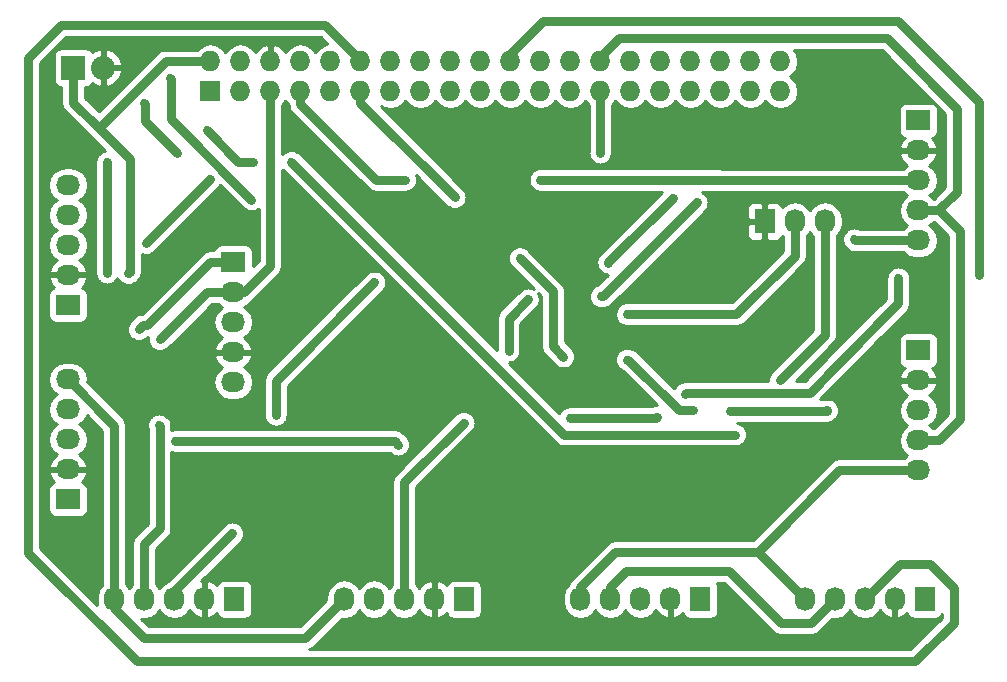
<source format=gbl>
G04 #@! TF.FileFunction,Copper,L2,Bot,Signal*
%FSLAX46Y46*%
G04 Gerber Fmt 4.6, Leading zero omitted, Abs format (unit mm)*
G04 Created by KiCad (PCBNEW 4.0.2+dfsg1-stable) date Thu 29 Mar 2018 09:38:32 PM EDT*
%MOMM*%
G01*
G04 APERTURE LIST*
%ADD10C,0.100000*%
%ADD11R,1.727200X2.032000*%
%ADD12O,1.727200X2.032000*%
%ADD13R,2.032000X1.727200*%
%ADD14O,2.032000X1.727200*%
%ADD15R,2.032000X2.032000*%
%ADD16O,2.032000X2.032000*%
%ADD17R,1.727200X1.727200*%
%ADD18O,1.727200X1.727200*%
%ADD19C,0.685800*%
%ADD20C,0.750000*%
%ADD21C,0.254000*%
G04 APERTURE END LIST*
D10*
D11*
X84540000Y-90000000D03*
D12*
X82000000Y-90000000D03*
X79460000Y-90000000D03*
X76920000Y-90000000D03*
X74380000Y-90000000D03*
D13*
X31000000Y-81540000D03*
D14*
X31000000Y-79000000D03*
X31000000Y-76460000D03*
X31000000Y-73920000D03*
X31000000Y-71380000D03*
D13*
X103000000Y-49460000D03*
D14*
X103000000Y-52000000D03*
X103000000Y-54540000D03*
X103000000Y-57080000D03*
X103000000Y-59620000D03*
D13*
X103000000Y-68920000D03*
D14*
X103000000Y-71460000D03*
X103000000Y-74000000D03*
X103000000Y-76540000D03*
X103000000Y-79080000D03*
D11*
X103540000Y-90000000D03*
D12*
X101000000Y-90000000D03*
X98460000Y-90000000D03*
X95920000Y-90000000D03*
X93380000Y-90000000D03*
D11*
X64540000Y-90000000D03*
D12*
X62000000Y-90000000D03*
X59460000Y-90000000D03*
X56920000Y-90000000D03*
X54380000Y-90000000D03*
D11*
X45080000Y-90000000D03*
D12*
X42540000Y-90000000D03*
X40000000Y-90000000D03*
X37460000Y-90000000D03*
X34920000Y-90000000D03*
D13*
X31000000Y-65080000D03*
D14*
X31000000Y-62540000D03*
X31000000Y-60000000D03*
X31000000Y-57460000D03*
X31000000Y-54920000D03*
D15*
X31460000Y-45000000D03*
D16*
X34000000Y-45000000D03*
D17*
X43060000Y-47000000D03*
D18*
X43060000Y-44460000D03*
X45600000Y-47000000D03*
X45600000Y-44460000D03*
X48140000Y-47000000D03*
X48140000Y-44460000D03*
X50680000Y-47000000D03*
X50680000Y-44460000D03*
X53220000Y-47000000D03*
X53220000Y-44460000D03*
X55760000Y-47000000D03*
X55760000Y-44460000D03*
X58300000Y-47000000D03*
X58300000Y-44460000D03*
X60840000Y-47000000D03*
X60840000Y-44460000D03*
X63380000Y-47000000D03*
X63380000Y-44460000D03*
X65920000Y-47000000D03*
X65920000Y-44460000D03*
X68460000Y-47000000D03*
X68460000Y-44460000D03*
X71000000Y-47000000D03*
X71000000Y-44460000D03*
X73540000Y-47000000D03*
X73540000Y-44460000D03*
X76080000Y-47000000D03*
X76080000Y-44460000D03*
X78620000Y-47000000D03*
X78620000Y-44460000D03*
X81160000Y-47000000D03*
X81160000Y-44460000D03*
X83700000Y-47000000D03*
X83700000Y-44460000D03*
X86240000Y-47000000D03*
X86240000Y-44460000D03*
X88780000Y-47000000D03*
X88780000Y-44460000D03*
X91320000Y-47000000D03*
X91320000Y-44460000D03*
D11*
X90000000Y-58000000D03*
D12*
X92540000Y-58000000D03*
X95080000Y-58000000D03*
D13*
X45000000Y-61460000D03*
D14*
X45000000Y-64000000D03*
X45000000Y-66540000D03*
X45000000Y-69080000D03*
X45000000Y-71620000D03*
D19*
X34300000Y-62350000D03*
X34300000Y-53000000D03*
X59550000Y-54500000D03*
X71000000Y-54500000D03*
X76050000Y-52200000D03*
X97550000Y-59500000D03*
X63750000Y-55950000D03*
X69250000Y-61100000D03*
X72950000Y-69450000D03*
X78300000Y-69700000D03*
X83950000Y-74000000D03*
X87050000Y-74050000D03*
X95300000Y-74000000D03*
X84250000Y-56400000D03*
X76100000Y-64350000D03*
X69950000Y-64600000D03*
X68300000Y-68950000D03*
X64500000Y-75050000D03*
X38700000Y-75250000D03*
X38750000Y-68000000D03*
X37000000Y-67146000D03*
X37000000Y-67146000D03*
X82200000Y-56000000D03*
X56950000Y-63150000D03*
X48600000Y-74400000D03*
X44900000Y-84400000D03*
X76750000Y-61500000D03*
X40100000Y-76600000D03*
X58950000Y-76900000D03*
X73500000Y-74650000D03*
X80850000Y-74550000D03*
X83200000Y-72600000D03*
X101300000Y-62800000D03*
X108150000Y-62550000D03*
X43000000Y-54400000D03*
X37600000Y-59850000D03*
X36100000Y-62400000D03*
X46500000Y-56150000D03*
X39600000Y-45850000D03*
X78350000Y-65850000D03*
X37400000Y-48000000D03*
X40250000Y-52250000D03*
X42750000Y-50300000D03*
X46650000Y-52950000D03*
X49900000Y-52950000D03*
X87500000Y-76050000D03*
X91250000Y-71450000D03*
D20*
X34300000Y-53000000D02*
X34300000Y-62350000D01*
X103000000Y-54540000D02*
X71010000Y-54490000D01*
X50680000Y-48080000D02*
X50680000Y-47000000D01*
X57100000Y-54500000D02*
X50680000Y-48080000D01*
X59550000Y-54500000D02*
X57100000Y-54500000D01*
X71010000Y-54490000D02*
X71000000Y-54500000D01*
X76080000Y-44460000D02*
X76080000Y-44070000D01*
X76080000Y-44070000D02*
X77650000Y-42500000D01*
X77650000Y-42500000D02*
X100350000Y-42500000D01*
X100350000Y-42500000D02*
X106300000Y-48450000D01*
X106300000Y-48450000D02*
X106300000Y-55480000D01*
X106300000Y-55480000D02*
X104700000Y-57080000D01*
X103000000Y-57080000D02*
X104700000Y-57080000D01*
X104700000Y-57080000D02*
X104780000Y-57080000D01*
X104710000Y-76540000D02*
X103000000Y-76540000D01*
X106500000Y-74750000D02*
X104710000Y-76540000D01*
X106500000Y-58800000D02*
X106500000Y-74750000D01*
X104780000Y-57080000D02*
X106500000Y-58800000D01*
X76920000Y-90000000D02*
X76920000Y-88930000D01*
X93920000Y-92000000D02*
X95920000Y-90000000D01*
X91350000Y-92000000D02*
X93920000Y-92000000D01*
X86950000Y-87600000D02*
X91350000Y-92000000D01*
X78250000Y-87600000D02*
X86950000Y-87600000D01*
X76920000Y-88930000D02*
X78250000Y-87600000D01*
X76080000Y-47000000D02*
X76080000Y-52170000D01*
X76080000Y-52170000D02*
X76050000Y-52200000D01*
X103000000Y-79080000D02*
X96300000Y-79080000D01*
X96300000Y-79080000D02*
X89380000Y-86000000D01*
X74380000Y-90000000D02*
X74380000Y-88970000D01*
X89380000Y-86000000D02*
X93380000Y-90000000D01*
X77350000Y-86000000D02*
X89380000Y-86000000D01*
X74380000Y-88970000D02*
X77350000Y-86000000D01*
X97670000Y-59620000D02*
X103000000Y-59620000D01*
X97550000Y-59500000D02*
X97670000Y-59620000D01*
X55760000Y-47960000D02*
X55760000Y-47000000D01*
X63750000Y-55950000D02*
X55760000Y-47960000D01*
X72050000Y-63900000D02*
X69250000Y-61100000D01*
X72050000Y-68550000D02*
X72050000Y-63900000D01*
X72950000Y-69450000D02*
X72050000Y-68550000D01*
X78450000Y-69700000D02*
X78300000Y-69700000D01*
X82750000Y-74000000D02*
X78450000Y-69700000D01*
X83950000Y-74000000D02*
X82750000Y-74000000D01*
X95250000Y-74050000D02*
X87050000Y-74050000D01*
X95300000Y-74000000D02*
X95250000Y-74050000D01*
X93210000Y-95250000D02*
X102750000Y-95250000D01*
X48750000Y-95250000D02*
X93210000Y-95250000D01*
X101460000Y-87000000D02*
X98460000Y-90000000D01*
X104000000Y-87000000D02*
X101460000Y-87000000D01*
X106000000Y-89000000D02*
X104000000Y-87000000D01*
X106000000Y-92000000D02*
X106000000Y-89000000D01*
X102750000Y-95250000D02*
X106000000Y-92000000D01*
X55760000Y-44460000D02*
X55760000Y-44360000D01*
X55760000Y-44360000D02*
X52800000Y-41400000D01*
X52800000Y-41400000D02*
X30450000Y-41400000D01*
X30450000Y-41400000D02*
X27650000Y-44200000D01*
X27650000Y-44200000D02*
X27650000Y-86050000D01*
X27650000Y-86050000D02*
X36850000Y-95250000D01*
X36850000Y-95250000D02*
X48750000Y-95250000D01*
X48750000Y-95250000D02*
X48800000Y-95250000D01*
X84250000Y-56400000D02*
X76300000Y-64350000D01*
X76300000Y-64350000D02*
X76100000Y-64350000D01*
X69950000Y-64600000D02*
X68300000Y-66250000D01*
X68300000Y-66250000D02*
X68300000Y-68950000D01*
X64500000Y-75050000D02*
X59460000Y-80090000D01*
X59460000Y-80090000D02*
X59460000Y-90000000D01*
X38750000Y-75300000D02*
X38750000Y-84000000D01*
X38700000Y-75250000D02*
X38750000Y-75300000D01*
X37460000Y-85290000D02*
X38750000Y-84000000D01*
X37460000Y-85290000D02*
X37460000Y-90000000D01*
X48140000Y-47000000D02*
X48140000Y-61760000D01*
X48140000Y-61760000D02*
X45900000Y-64000000D01*
X45900000Y-64000000D02*
X45000000Y-64000000D01*
X39142899Y-67657101D02*
X42800000Y-64000000D01*
X42800000Y-64000000D02*
X45000000Y-64000000D01*
X38750000Y-68000000D02*
X39092899Y-67657101D01*
X39092899Y-67657101D02*
X39142899Y-67657101D01*
X34920000Y-90000000D02*
X34920000Y-90770000D01*
X34920000Y-90770000D02*
X37450000Y-93300000D01*
X51080000Y-93300000D02*
X54380000Y-90000000D01*
X37450000Y-93300000D02*
X51080000Y-93300000D01*
X34920000Y-90000000D02*
X34920000Y-75300000D01*
X34920000Y-75300000D02*
X31000000Y-71380000D01*
X37696899Y-66803101D02*
X43040000Y-61460000D01*
X43040000Y-61460000D02*
X45000000Y-61460000D01*
X37000000Y-67146000D02*
X37342899Y-66803101D01*
X37342899Y-66803101D02*
X37696899Y-66803101D01*
X56950000Y-63150000D02*
X48600000Y-71500000D01*
X48600000Y-71500000D02*
X48600000Y-74400000D01*
X40000000Y-89300000D02*
X44900000Y-84400000D01*
X82200000Y-56000000D02*
X76750000Y-61450000D01*
X76750000Y-61500000D02*
X76750000Y-61450000D01*
X40000000Y-89300000D02*
X40000000Y-90000000D01*
X96100000Y-70200000D02*
X96100000Y-70150000D01*
X58650000Y-76600000D02*
X40100000Y-76600000D01*
X58950000Y-76900000D02*
X58650000Y-76600000D01*
X80750000Y-74650000D02*
X73500000Y-74650000D01*
X80850000Y-74550000D02*
X80750000Y-74650000D01*
X83300000Y-72500000D02*
X83200000Y-72600000D01*
X93800000Y-72500000D02*
X83300000Y-72500000D01*
X96100000Y-70200000D02*
X93800000Y-72500000D01*
X108150000Y-47900000D02*
X108150000Y-62550000D01*
X101250000Y-41000000D02*
X108150000Y-47900000D01*
X71250000Y-41000000D02*
X101250000Y-41000000D01*
X71250000Y-41000000D02*
X68460000Y-43790000D01*
X101300000Y-64950000D02*
X101300000Y-62800000D01*
X96100000Y-70150000D02*
X101300000Y-64950000D01*
X68460000Y-44460000D02*
X68460000Y-43790000D01*
X37600000Y-59850000D02*
X43000000Y-54450000D01*
X43000000Y-54450000D02*
X43000000Y-54400000D01*
X43060000Y-44460000D02*
X39290000Y-44460000D01*
X39290000Y-44460000D02*
X33625000Y-50125000D01*
X31460000Y-47960000D02*
X31460000Y-45000000D01*
X36250000Y-52750000D02*
X33625000Y-50125000D01*
X33625000Y-50125000D02*
X31460000Y-47960000D01*
X36250000Y-62250000D02*
X36250000Y-52750000D01*
X36100000Y-62400000D02*
X36250000Y-62250000D01*
X92540000Y-58000000D02*
X92540000Y-60910000D01*
X87600000Y-65850000D02*
X92540000Y-60910000D01*
X78300000Y-65850000D02*
X87600000Y-65850000D01*
X39700000Y-49350000D02*
X46500000Y-56150000D01*
X39700000Y-45950000D02*
X39700000Y-49350000D01*
X39600000Y-45850000D02*
X39700000Y-45950000D01*
X78350000Y-65850000D02*
X78300000Y-65850000D01*
X37400000Y-48000000D02*
X37500000Y-48100000D01*
X37500000Y-48100000D02*
X37500000Y-49500000D01*
X37500000Y-49500000D02*
X40250000Y-52250000D01*
X42750000Y-50300000D02*
X45400000Y-52950000D01*
X45400000Y-52950000D02*
X46650000Y-52950000D01*
X49900000Y-52950000D02*
X73000000Y-76050000D01*
X73000000Y-76050000D02*
X87500000Y-76050000D01*
X91250000Y-71450000D02*
X95080000Y-67620000D01*
X95080000Y-67620000D02*
X95080000Y-58000000D01*
D21*
G36*
X52956165Y-42984521D02*
X52646511Y-43046115D01*
X52160330Y-43370971D01*
X51950000Y-43685752D01*
X51739670Y-43370971D01*
X51253489Y-43046115D01*
X50680000Y-42932041D01*
X50106511Y-43046115D01*
X49620330Y-43370971D01*
X49404336Y-43694228D01*
X49346821Y-43571510D01*
X48914947Y-43177312D01*
X48499026Y-43005042D01*
X48267000Y-43126183D01*
X48267000Y-44333000D01*
X48287000Y-44333000D01*
X48287000Y-44587000D01*
X48267000Y-44587000D01*
X48267000Y-44607000D01*
X48013000Y-44607000D01*
X48013000Y-44587000D01*
X47993000Y-44587000D01*
X47993000Y-44333000D01*
X48013000Y-44333000D01*
X48013000Y-43126183D01*
X47780974Y-43005042D01*
X47365053Y-43177312D01*
X46933179Y-43571510D01*
X46875664Y-43694228D01*
X46659670Y-43370971D01*
X46173489Y-43046115D01*
X45600000Y-42932041D01*
X45026511Y-43046115D01*
X44540330Y-43370971D01*
X44330000Y-43685752D01*
X44119670Y-43370971D01*
X43633489Y-43046115D01*
X43060000Y-42932041D01*
X42486511Y-43046115D01*
X42000330Y-43370971D01*
X41947524Y-43450000D01*
X39290000Y-43450000D01*
X38903490Y-43526882D01*
X38575822Y-43745822D01*
X33625000Y-48696644D01*
X32470000Y-47541644D01*
X32470000Y-46663440D01*
X32476000Y-46663440D01*
X32711317Y-46619162D01*
X32927441Y-46480090D01*
X33038840Y-46317052D01*
X33135182Y-46406385D01*
X33617056Y-46605975D01*
X33873000Y-46486836D01*
X33873000Y-45127000D01*
X34127000Y-45127000D01*
X34127000Y-46486836D01*
X34382944Y-46605975D01*
X34864818Y-46406385D01*
X35337188Y-45968379D01*
X35605983Y-45382946D01*
X35487367Y-45127000D01*
X34127000Y-45127000D01*
X33873000Y-45127000D01*
X33853000Y-45127000D01*
X33853000Y-44873000D01*
X33873000Y-44873000D01*
X33873000Y-43513164D01*
X34127000Y-43513164D01*
X34127000Y-44873000D01*
X35487367Y-44873000D01*
X35605983Y-44617054D01*
X35337188Y-44031621D01*
X34864818Y-43593615D01*
X34382944Y-43394025D01*
X34127000Y-43513164D01*
X33873000Y-43513164D01*
X33617056Y-43394025D01*
X33135182Y-43593615D01*
X33037602Y-43684097D01*
X32940090Y-43532559D01*
X32727890Y-43387569D01*
X32476000Y-43336560D01*
X30444000Y-43336560D01*
X30208683Y-43380838D01*
X29992559Y-43519910D01*
X29847569Y-43732110D01*
X29796560Y-43984000D01*
X29796560Y-46016000D01*
X29840838Y-46251317D01*
X29979910Y-46467441D01*
X30192110Y-46612431D01*
X30444000Y-46663440D01*
X30450000Y-46663440D01*
X30450000Y-47960000D01*
X30526882Y-48346510D01*
X30745822Y-48674178D01*
X34097306Y-52025662D01*
X34075577Y-52034641D01*
X33913490Y-52066882D01*
X33777281Y-52157894D01*
X33746788Y-52170493D01*
X33723232Y-52194008D01*
X33585822Y-52285822D01*
X33494810Y-52422032D01*
X33471460Y-52445341D01*
X33458696Y-52476080D01*
X33366882Y-52613490D01*
X33334923Y-52774158D01*
X33322270Y-52804630D01*
X33322241Y-52837914D01*
X33290000Y-53000000D01*
X33290000Y-62350000D01*
X33321960Y-62510672D01*
X33321931Y-62543663D01*
X33334641Y-62574423D01*
X33366882Y-62736510D01*
X33457894Y-62872719D01*
X33470493Y-62903212D01*
X33494008Y-62926768D01*
X33585822Y-63064178D01*
X33722032Y-63155190D01*
X33745341Y-63178540D01*
X33776080Y-63191304D01*
X33913490Y-63283118D01*
X34074158Y-63315077D01*
X34104630Y-63327730D01*
X34137914Y-63327759D01*
X34300000Y-63360000D01*
X34460672Y-63328040D01*
X34493663Y-63328069D01*
X34524423Y-63315359D01*
X34686510Y-63283118D01*
X34822719Y-63192106D01*
X34853212Y-63179507D01*
X34876768Y-63155992D01*
X35014178Y-63064178D01*
X35105190Y-62927968D01*
X35128540Y-62904659D01*
X35141304Y-62873920D01*
X35183296Y-62811075D01*
X35257894Y-62922719D01*
X35270493Y-62953212D01*
X35294008Y-62976768D01*
X35385822Y-63114178D01*
X35522032Y-63205190D01*
X35545341Y-63228540D01*
X35576080Y-63241304D01*
X35713490Y-63333118D01*
X35874158Y-63365077D01*
X35904630Y-63377730D01*
X35937914Y-63377759D01*
X36100000Y-63410000D01*
X36260672Y-63378040D01*
X36293663Y-63378069D01*
X36324423Y-63365359D01*
X36486510Y-63333118D01*
X36622719Y-63242106D01*
X36653212Y-63229507D01*
X36676768Y-63205992D01*
X36814178Y-63114178D01*
X36964178Y-62964178D01*
X37183118Y-62636510D01*
X37260000Y-62250000D01*
X37260000Y-60792369D01*
X37374158Y-60815077D01*
X37404630Y-60827730D01*
X37437914Y-60827759D01*
X37600000Y-60860000D01*
X37760672Y-60828040D01*
X37793663Y-60828069D01*
X37824423Y-60815359D01*
X37986510Y-60783118D01*
X38122719Y-60692106D01*
X38153212Y-60679507D01*
X38176768Y-60655992D01*
X38314178Y-60564178D01*
X43714178Y-55164178D01*
X43863037Y-54941393D01*
X45785822Y-56864178D01*
X45922032Y-56955190D01*
X45945341Y-56978540D01*
X45976080Y-56991304D01*
X46113490Y-57083118D01*
X46274158Y-57115077D01*
X46304630Y-57127730D01*
X46337914Y-57127759D01*
X46500000Y-57160000D01*
X46660672Y-57128040D01*
X46693663Y-57128069D01*
X46724423Y-57115359D01*
X46886510Y-57083118D01*
X47022719Y-56992106D01*
X47053212Y-56979507D01*
X47076768Y-56955992D01*
X47130000Y-56920424D01*
X47130000Y-61341644D01*
X46663440Y-61808204D01*
X46663440Y-60596400D01*
X46619162Y-60361083D01*
X46480090Y-60144959D01*
X46267890Y-59999969D01*
X46016000Y-59948960D01*
X43984000Y-59948960D01*
X43748683Y-59993238D01*
X43532559Y-60132310D01*
X43387569Y-60344510D01*
X43366207Y-60450000D01*
X43040000Y-60450000D01*
X42653490Y-60526882D01*
X42325822Y-60745822D01*
X37262563Y-65809081D01*
X36956388Y-65869983D01*
X36628721Y-66088923D01*
X36285822Y-66431822D01*
X36194810Y-66568032D01*
X36171460Y-66591341D01*
X36158696Y-66622080D01*
X36066882Y-66759490D01*
X36034923Y-66920158D01*
X36022270Y-66950630D01*
X36022241Y-66983914D01*
X35990000Y-67146000D01*
X36021960Y-67306672D01*
X36021931Y-67339663D01*
X36034641Y-67370423D01*
X36066882Y-67532510D01*
X36157894Y-67668719D01*
X36170493Y-67699212D01*
X36194008Y-67722768D01*
X36285822Y-67860178D01*
X36422032Y-67951190D01*
X36445341Y-67974540D01*
X36476080Y-67987304D01*
X36613490Y-68079118D01*
X36774158Y-68111077D01*
X36804630Y-68123730D01*
X36837914Y-68123759D01*
X37000000Y-68156000D01*
X37160672Y-68124040D01*
X37193663Y-68124069D01*
X37224423Y-68111359D01*
X37386510Y-68079118D01*
X37522719Y-67988106D01*
X37553212Y-67975507D01*
X37576768Y-67951992D01*
X37714178Y-67860178D01*
X37774076Y-67800280D01*
X37772270Y-67804630D01*
X37772241Y-67837914D01*
X37740000Y-68000000D01*
X37771960Y-68160672D01*
X37771931Y-68193663D01*
X37784641Y-68224423D01*
X37816882Y-68386510D01*
X37907894Y-68522719D01*
X37920493Y-68553212D01*
X37944008Y-68576768D01*
X38035822Y-68714178D01*
X38172032Y-68805190D01*
X38195341Y-68828540D01*
X38226080Y-68841304D01*
X38363490Y-68933118D01*
X38524158Y-68965077D01*
X38554630Y-68977730D01*
X38587914Y-68977759D01*
X38750000Y-69010000D01*
X38910672Y-68978040D01*
X38943663Y-68978069D01*
X38974423Y-68965359D01*
X39136510Y-68933118D01*
X39272719Y-68842106D01*
X39303212Y-68829507D01*
X39326768Y-68805992D01*
X39464178Y-68714178D01*
X39706395Y-68471961D01*
X39857077Y-68371279D01*
X43218356Y-65010000D01*
X43722397Y-65010000D01*
X43755585Y-65059670D01*
X44070366Y-65270000D01*
X43755585Y-65480330D01*
X43430729Y-65966511D01*
X43316655Y-66540000D01*
X43430729Y-67113489D01*
X43755585Y-67599670D01*
X44065069Y-67806461D01*
X43649268Y-68177964D01*
X43395291Y-68705209D01*
X43392642Y-68720974D01*
X43513783Y-68953000D01*
X44873000Y-68953000D01*
X44873000Y-68933000D01*
X45127000Y-68933000D01*
X45127000Y-68953000D01*
X46486217Y-68953000D01*
X46607358Y-68720974D01*
X46604709Y-68705209D01*
X46350732Y-68177964D01*
X45934931Y-67806461D01*
X46244415Y-67599670D01*
X46569271Y-67113489D01*
X46683345Y-66540000D01*
X46569271Y-65966511D01*
X46244415Y-65480330D01*
X45929634Y-65270000D01*
X46244415Y-65059670D01*
X46363224Y-64881859D01*
X46614178Y-64714178D01*
X48854178Y-62474178D01*
X49073118Y-62146510D01*
X49150000Y-61760000D01*
X49150000Y-53610566D01*
X49185822Y-53664178D01*
X72285822Y-76764178D01*
X72613490Y-76983118D01*
X73000000Y-77060000D01*
X87500000Y-77060000D01*
X87660672Y-77028040D01*
X87693663Y-77028069D01*
X87724423Y-77015359D01*
X87886510Y-76983118D01*
X88022719Y-76892106D01*
X88053212Y-76879507D01*
X88076768Y-76855992D01*
X88214178Y-76764178D01*
X88305190Y-76627968D01*
X88328540Y-76604659D01*
X88341304Y-76573920D01*
X88433118Y-76436510D01*
X88465077Y-76275842D01*
X88477730Y-76245370D01*
X88477759Y-76212086D01*
X88510000Y-76050000D01*
X88478040Y-75889328D01*
X88478069Y-75856337D01*
X88465359Y-75825577D01*
X88433118Y-75663490D01*
X88342106Y-75527281D01*
X88329507Y-75496788D01*
X88305992Y-75473232D01*
X88214178Y-75335822D01*
X88077968Y-75244810D01*
X88054659Y-75221460D01*
X88023920Y-75208696D01*
X87886510Y-75116882D01*
X87725842Y-75084923D01*
X87695370Y-75072270D01*
X87662086Y-75072241D01*
X87600546Y-75060000D01*
X95250000Y-75060000D01*
X95636510Y-74983118D01*
X95964178Y-74764178D01*
X96014178Y-74714178D01*
X96105190Y-74577968D01*
X96128540Y-74554659D01*
X96141304Y-74523920D01*
X96233118Y-74386510D01*
X96265077Y-74225842D01*
X96277730Y-74195370D01*
X96277759Y-74162086D01*
X96310000Y-74000000D01*
X96278040Y-73839328D01*
X96278069Y-73806337D01*
X96265359Y-73775577D01*
X96233118Y-73613490D01*
X96142106Y-73477281D01*
X96129507Y-73446788D01*
X96105992Y-73423232D01*
X96014178Y-73285822D01*
X95877968Y-73194810D01*
X95854659Y-73171460D01*
X95823920Y-73158696D01*
X95686510Y-73066882D01*
X95525842Y-73034923D01*
X95495370Y-73022270D01*
X95462086Y-73022241D01*
X95300000Y-72990000D01*
X95139328Y-73021960D01*
X95106337Y-73021931D01*
X95075577Y-73034641D01*
X95048634Y-73040000D01*
X94688356Y-73040000D01*
X96814178Y-70914178D01*
X96914860Y-70763496D01*
X99621956Y-68056400D01*
X101336560Y-68056400D01*
X101336560Y-69783600D01*
X101380838Y-70018917D01*
X101519910Y-70235041D01*
X101732110Y-70380031D01*
X101826927Y-70399232D01*
X101649268Y-70557964D01*
X101395291Y-71085209D01*
X101392642Y-71100974D01*
X101513783Y-71333000D01*
X102873000Y-71333000D01*
X102873000Y-71313000D01*
X103127000Y-71313000D01*
X103127000Y-71333000D01*
X104486217Y-71333000D01*
X104607358Y-71100974D01*
X104604709Y-71085209D01*
X104350732Y-70557964D01*
X104175155Y-70401093D01*
X104251317Y-70386762D01*
X104467441Y-70247690D01*
X104612431Y-70035490D01*
X104663440Y-69783600D01*
X104663440Y-68056400D01*
X104619162Y-67821083D01*
X104480090Y-67604959D01*
X104267890Y-67459969D01*
X104016000Y-67408960D01*
X101984000Y-67408960D01*
X101748683Y-67453238D01*
X101532559Y-67592310D01*
X101387569Y-67804510D01*
X101336560Y-68056400D01*
X99621956Y-68056400D01*
X102014178Y-65664178D01*
X102233118Y-65336510D01*
X102310001Y-64950000D01*
X102310000Y-64949995D01*
X102310000Y-62800000D01*
X102278040Y-62639328D01*
X102278069Y-62606337D01*
X102265359Y-62575577D01*
X102233118Y-62413490D01*
X102142106Y-62277281D01*
X102129507Y-62246788D01*
X102105992Y-62223232D01*
X102014178Y-62085822D01*
X101877968Y-61994810D01*
X101854659Y-61971460D01*
X101823920Y-61958696D01*
X101686510Y-61866882D01*
X101525842Y-61834923D01*
X101495370Y-61822270D01*
X101462086Y-61822241D01*
X101300000Y-61790000D01*
X101139328Y-61821960D01*
X101106337Y-61821931D01*
X101075577Y-61834641D01*
X100913490Y-61866882D01*
X100777281Y-61957894D01*
X100746788Y-61970493D01*
X100723232Y-61994008D01*
X100585822Y-62085822D01*
X100494810Y-62222032D01*
X100471460Y-62245341D01*
X100458696Y-62276080D01*
X100366882Y-62413490D01*
X100334923Y-62574158D01*
X100322270Y-62604630D01*
X100322241Y-62637914D01*
X100290000Y-62800000D01*
X100290000Y-64531644D01*
X95385822Y-69435822D01*
X95285140Y-69586504D01*
X93381644Y-71490000D01*
X92638356Y-71490000D01*
X95794178Y-68334178D01*
X96013118Y-68006510D01*
X96090000Y-67620000D01*
X96090000Y-59277603D01*
X96139670Y-59244415D01*
X96464526Y-58758234D01*
X96578600Y-58184745D01*
X96578600Y-57815255D01*
X96464526Y-57241766D01*
X96139670Y-56755585D01*
X95653489Y-56430729D01*
X95080000Y-56316655D01*
X94506511Y-56430729D01*
X94020330Y-56755585D01*
X93810000Y-57070366D01*
X93599670Y-56755585D01*
X93113489Y-56430729D01*
X92540000Y-56316655D01*
X91966511Y-56430729D01*
X91480330Y-56755585D01*
X91465500Y-56777780D01*
X91401927Y-56624302D01*
X91223299Y-56445673D01*
X90989910Y-56349000D01*
X90285750Y-56349000D01*
X90127000Y-56507750D01*
X90127000Y-57873000D01*
X90147000Y-57873000D01*
X90147000Y-58127000D01*
X90127000Y-58127000D01*
X90127000Y-59492250D01*
X90285750Y-59651000D01*
X90989910Y-59651000D01*
X91223299Y-59554327D01*
X91401927Y-59375698D01*
X91465500Y-59222220D01*
X91480330Y-59244415D01*
X91530000Y-59277603D01*
X91530000Y-60491644D01*
X87181644Y-64840000D01*
X78300000Y-64840000D01*
X77913490Y-64916882D01*
X77585822Y-65135822D01*
X77366882Y-65463490D01*
X77290000Y-65850000D01*
X77366882Y-66236510D01*
X77585822Y-66564178D01*
X77913490Y-66783118D01*
X78300000Y-66860000D01*
X87600000Y-66860000D01*
X87986510Y-66783118D01*
X88314178Y-66564178D01*
X93254178Y-61624178D01*
X93473118Y-61296510D01*
X93550000Y-60910000D01*
X93550000Y-59277603D01*
X93599670Y-59244415D01*
X93810000Y-58929634D01*
X94020330Y-59244415D01*
X94070000Y-59277603D01*
X94070000Y-67201644D01*
X90535822Y-70735822D01*
X90444810Y-70872032D01*
X90421460Y-70895341D01*
X90408696Y-70926080D01*
X90316882Y-71063490D01*
X90284923Y-71224158D01*
X90272270Y-71254630D01*
X90272241Y-71287914D01*
X90240000Y-71450000D01*
X90247957Y-71490000D01*
X83300000Y-71490000D01*
X82913490Y-71566882D01*
X82585822Y-71785822D01*
X82485822Y-71885822D01*
X82394810Y-72022032D01*
X82371460Y-72045341D01*
X82358696Y-72076080D01*
X82316935Y-72138579D01*
X79164178Y-68985822D01*
X78836510Y-68766882D01*
X78450000Y-68690000D01*
X78300000Y-68690000D01*
X78139328Y-68721960D01*
X78106337Y-68721931D01*
X78075577Y-68734641D01*
X77913490Y-68766882D01*
X77777281Y-68857894D01*
X77746788Y-68870493D01*
X77723232Y-68894008D01*
X77585822Y-68985822D01*
X77494810Y-69122032D01*
X77471460Y-69145341D01*
X77458696Y-69176080D01*
X77366882Y-69313490D01*
X77334923Y-69474158D01*
X77322270Y-69504630D01*
X77322241Y-69537914D01*
X77290000Y-69700000D01*
X77321960Y-69860672D01*
X77321931Y-69893663D01*
X77334641Y-69924423D01*
X77366882Y-70086510D01*
X77457894Y-70222719D01*
X77470493Y-70253212D01*
X77494008Y-70276768D01*
X77585822Y-70414178D01*
X77722032Y-70505190D01*
X77745341Y-70528540D01*
X77776080Y-70541304D01*
X77913490Y-70633118D01*
X77965010Y-70643366D01*
X80864535Y-73542891D01*
X80850000Y-73540000D01*
X80689328Y-73571960D01*
X80656337Y-73571931D01*
X80625577Y-73584641D01*
X80463490Y-73616882D01*
X80428891Y-73640000D01*
X73500000Y-73640000D01*
X73339328Y-73671960D01*
X73306337Y-73671931D01*
X73275577Y-73684641D01*
X73113490Y-73716882D01*
X72977281Y-73807894D01*
X72946788Y-73820493D01*
X72923232Y-73844008D01*
X72785822Y-73935822D01*
X72694810Y-74072032D01*
X72671460Y-74095341D01*
X72658696Y-74126080D01*
X72596908Y-74218552D01*
X68331992Y-69953636D01*
X68460672Y-69928040D01*
X68493663Y-69928069D01*
X68524423Y-69915359D01*
X68686510Y-69883118D01*
X68822719Y-69792106D01*
X68853212Y-69779507D01*
X68876768Y-69755992D01*
X69014178Y-69664178D01*
X69105190Y-69527968D01*
X69128540Y-69504659D01*
X69141304Y-69473920D01*
X69233118Y-69336510D01*
X69265077Y-69175842D01*
X69277730Y-69145370D01*
X69277759Y-69112086D01*
X69310000Y-68950000D01*
X69310000Y-66668356D01*
X70664178Y-65314178D01*
X70755190Y-65177968D01*
X70778540Y-65154659D01*
X70791304Y-65123920D01*
X70883118Y-64986510D01*
X70915077Y-64825842D01*
X70927730Y-64795370D01*
X70927759Y-64762086D01*
X70960000Y-64600000D01*
X70928040Y-64439328D01*
X70928069Y-64406337D01*
X70915359Y-64375577D01*
X70883118Y-64213490D01*
X70792106Y-64077281D01*
X70787305Y-64065661D01*
X71040000Y-64318356D01*
X71040000Y-68550000D01*
X71116882Y-68936510D01*
X71335822Y-69264178D01*
X72235822Y-70164178D01*
X72372032Y-70255190D01*
X72395341Y-70278540D01*
X72426080Y-70291304D01*
X72563490Y-70383118D01*
X72724158Y-70415077D01*
X72754630Y-70427730D01*
X72787914Y-70427759D01*
X72950000Y-70460000D01*
X73110672Y-70428040D01*
X73143663Y-70428069D01*
X73174423Y-70415359D01*
X73336510Y-70383118D01*
X73472719Y-70292106D01*
X73503212Y-70279507D01*
X73526768Y-70255992D01*
X73664178Y-70164178D01*
X73755190Y-70027968D01*
X73778540Y-70004659D01*
X73791304Y-69973920D01*
X73883118Y-69836510D01*
X73915077Y-69675842D01*
X73927730Y-69645370D01*
X73927759Y-69612086D01*
X73960000Y-69450000D01*
X73928040Y-69289328D01*
X73928069Y-69256337D01*
X73915359Y-69225577D01*
X73883118Y-69063490D01*
X73792106Y-68927281D01*
X73779507Y-68896788D01*
X73755992Y-68873232D01*
X73664178Y-68735822D01*
X73060000Y-68131644D01*
X73060000Y-63900000D01*
X72983118Y-63513490D01*
X72764178Y-63185822D01*
X69964178Y-60385822D01*
X69827968Y-60294810D01*
X69804659Y-60271460D01*
X69773920Y-60258696D01*
X69636510Y-60166882D01*
X69475842Y-60134923D01*
X69445370Y-60122270D01*
X69412086Y-60122241D01*
X69250000Y-60090000D01*
X69089328Y-60121960D01*
X69056337Y-60121931D01*
X69025577Y-60134641D01*
X68863490Y-60166882D01*
X68727281Y-60257894D01*
X68696788Y-60270493D01*
X68673232Y-60294008D01*
X68535822Y-60385822D01*
X68444810Y-60522032D01*
X68421460Y-60545341D01*
X68408696Y-60576080D01*
X68316882Y-60713490D01*
X68284923Y-60874158D01*
X68272270Y-60904630D01*
X68272241Y-60937914D01*
X68240000Y-61100000D01*
X68271960Y-61260672D01*
X68271931Y-61293663D01*
X68284641Y-61324423D01*
X68316882Y-61486510D01*
X68407894Y-61622719D01*
X68420493Y-61653212D01*
X68444008Y-61676768D01*
X68535822Y-61814178D01*
X70484899Y-63763255D01*
X70473920Y-63758696D01*
X70336510Y-63666882D01*
X70175842Y-63634923D01*
X70145370Y-63622270D01*
X70112086Y-63622241D01*
X69950000Y-63590000D01*
X69789328Y-63621960D01*
X69756337Y-63621931D01*
X69725577Y-63634641D01*
X69563490Y-63666882D01*
X69427281Y-63757894D01*
X69396788Y-63770493D01*
X69373232Y-63794008D01*
X69235822Y-63885822D01*
X67585822Y-65535822D01*
X67366882Y-65863490D01*
X67290000Y-66250000D01*
X67290000Y-68911644D01*
X50614178Y-52235822D01*
X50477968Y-52144810D01*
X50454659Y-52121460D01*
X50423920Y-52108696D01*
X50286510Y-52016882D01*
X50125842Y-51984923D01*
X50095370Y-51972270D01*
X50062086Y-51972241D01*
X49900000Y-51940000D01*
X49739328Y-51971960D01*
X49706337Y-51971931D01*
X49675577Y-51984641D01*
X49513490Y-52016882D01*
X49377281Y-52107894D01*
X49346788Y-52120493D01*
X49323232Y-52144008D01*
X49185822Y-52235822D01*
X49150000Y-52289434D01*
X49150000Y-48122217D01*
X49199670Y-48089029D01*
X49410000Y-47774248D01*
X49620330Y-48089029D01*
X49679685Y-48128689D01*
X49746882Y-48466510D01*
X49965822Y-48794178D01*
X56385822Y-55214178D01*
X56713490Y-55433118D01*
X57100000Y-55510000D01*
X59550000Y-55510000D01*
X59710672Y-55478040D01*
X59743663Y-55478069D01*
X59774423Y-55465359D01*
X59936510Y-55433118D01*
X60072719Y-55342106D01*
X60103212Y-55329507D01*
X60126768Y-55305992D01*
X60264178Y-55214178D01*
X60355190Y-55077968D01*
X60378540Y-55054659D01*
X60391304Y-55023920D01*
X60483118Y-54886510D01*
X60515077Y-54725842D01*
X60527730Y-54695370D01*
X60527759Y-54662086D01*
X60560000Y-54500000D01*
X60528040Y-54339328D01*
X60528069Y-54306337D01*
X60515359Y-54275577D01*
X60483118Y-54113490D01*
X60479058Y-54107414D01*
X63035822Y-56664178D01*
X63172032Y-56755190D01*
X63195341Y-56778540D01*
X63226080Y-56791304D01*
X63363490Y-56883118D01*
X63524158Y-56915077D01*
X63554630Y-56927730D01*
X63587914Y-56927759D01*
X63750000Y-56960000D01*
X63910672Y-56928040D01*
X63943663Y-56928069D01*
X63974423Y-56915359D01*
X64136510Y-56883118D01*
X64272719Y-56792106D01*
X64303212Y-56779507D01*
X64326768Y-56755992D01*
X64464178Y-56664178D01*
X64555190Y-56527968D01*
X64578540Y-56504659D01*
X64591304Y-56473920D01*
X64683118Y-56336510D01*
X64715077Y-56175842D01*
X64727730Y-56145370D01*
X64727759Y-56112086D01*
X64760000Y-55950000D01*
X64728040Y-55789328D01*
X64728069Y-55756337D01*
X64715359Y-55725577D01*
X64683118Y-55563490D01*
X64592106Y-55427281D01*
X64579507Y-55396788D01*
X64555992Y-55373232D01*
X64464178Y-55235822D01*
X57472549Y-48244193D01*
X57726511Y-48413885D01*
X58300000Y-48527959D01*
X58873489Y-48413885D01*
X59359670Y-48089029D01*
X59570000Y-47774248D01*
X59780330Y-48089029D01*
X60266511Y-48413885D01*
X60840000Y-48527959D01*
X61413489Y-48413885D01*
X61899670Y-48089029D01*
X62110000Y-47774248D01*
X62320330Y-48089029D01*
X62806511Y-48413885D01*
X63380000Y-48527959D01*
X63953489Y-48413885D01*
X64439670Y-48089029D01*
X64650000Y-47774248D01*
X64860330Y-48089029D01*
X65346511Y-48413885D01*
X65920000Y-48527959D01*
X66493489Y-48413885D01*
X66979670Y-48089029D01*
X67190000Y-47774248D01*
X67400330Y-48089029D01*
X67886511Y-48413885D01*
X68460000Y-48527959D01*
X69033489Y-48413885D01*
X69519670Y-48089029D01*
X69730000Y-47774248D01*
X69940330Y-48089029D01*
X70426511Y-48413885D01*
X71000000Y-48527959D01*
X71573489Y-48413885D01*
X72059670Y-48089029D01*
X72270000Y-47774248D01*
X72480330Y-48089029D01*
X72966511Y-48413885D01*
X73540000Y-48527959D01*
X74113489Y-48413885D01*
X74599670Y-48089029D01*
X74810000Y-47774248D01*
X75020330Y-48089029D01*
X75070000Y-48122217D01*
X75070000Y-52049181D01*
X75040000Y-52200000D01*
X75071960Y-52360672D01*
X75071931Y-52393663D01*
X75084641Y-52424423D01*
X75116882Y-52586510D01*
X75207894Y-52722719D01*
X75220493Y-52753212D01*
X75244008Y-52776768D01*
X75335822Y-52914178D01*
X75472032Y-53005190D01*
X75495341Y-53028540D01*
X75526080Y-53041304D01*
X75663490Y-53133118D01*
X75824158Y-53165077D01*
X75854630Y-53177730D01*
X75887914Y-53177759D01*
X76050000Y-53210000D01*
X76210672Y-53178040D01*
X76243663Y-53178069D01*
X76274423Y-53165359D01*
X76436510Y-53133118D01*
X76572719Y-53042106D01*
X76603212Y-53029507D01*
X76626768Y-53005992D01*
X76764178Y-52914178D01*
X76794178Y-52884178D01*
X77013118Y-52556511D01*
X77090000Y-52170000D01*
X77090000Y-48596400D01*
X101336560Y-48596400D01*
X101336560Y-50323600D01*
X101380838Y-50558917D01*
X101519910Y-50775041D01*
X101732110Y-50920031D01*
X101826927Y-50939232D01*
X101649268Y-51097964D01*
X101395291Y-51625209D01*
X101392642Y-51640974D01*
X101513783Y-51873000D01*
X102873000Y-51873000D01*
X102873000Y-51853000D01*
X103127000Y-51853000D01*
X103127000Y-51873000D01*
X104486217Y-51873000D01*
X104607358Y-51640974D01*
X104604709Y-51625209D01*
X104350732Y-51097964D01*
X104175155Y-50941093D01*
X104251317Y-50926762D01*
X104467441Y-50787690D01*
X104612431Y-50575490D01*
X104663440Y-50323600D01*
X104663440Y-48596400D01*
X104619162Y-48361083D01*
X104480090Y-48144959D01*
X104267890Y-47999969D01*
X104016000Y-47948960D01*
X101984000Y-47948960D01*
X101748683Y-47993238D01*
X101532559Y-48132310D01*
X101387569Y-48344510D01*
X101336560Y-48596400D01*
X77090000Y-48596400D01*
X77090000Y-48122217D01*
X77139670Y-48089029D01*
X77350000Y-47774248D01*
X77560330Y-48089029D01*
X78046511Y-48413885D01*
X78620000Y-48527959D01*
X79193489Y-48413885D01*
X79679670Y-48089029D01*
X79890000Y-47774248D01*
X80100330Y-48089029D01*
X80586511Y-48413885D01*
X81160000Y-48527959D01*
X81733489Y-48413885D01*
X82219670Y-48089029D01*
X82430000Y-47774248D01*
X82640330Y-48089029D01*
X83126511Y-48413885D01*
X83700000Y-48527959D01*
X84273489Y-48413885D01*
X84759670Y-48089029D01*
X84970000Y-47774248D01*
X85180330Y-48089029D01*
X85666511Y-48413885D01*
X86240000Y-48527959D01*
X86813489Y-48413885D01*
X87299670Y-48089029D01*
X87510000Y-47774248D01*
X87720330Y-48089029D01*
X88206511Y-48413885D01*
X88780000Y-48527959D01*
X89353489Y-48413885D01*
X89839670Y-48089029D01*
X90050000Y-47774248D01*
X90260330Y-48089029D01*
X90746511Y-48413885D01*
X91320000Y-48527959D01*
X91893489Y-48413885D01*
X92379670Y-48089029D01*
X92704526Y-47602848D01*
X92818600Y-47029359D01*
X92818600Y-46970641D01*
X92704526Y-46397152D01*
X92379670Y-45910971D01*
X92108828Y-45730000D01*
X92379670Y-45549029D01*
X92704526Y-45062848D01*
X92818600Y-44489359D01*
X92818600Y-44430641D01*
X92704526Y-43857152D01*
X92472566Y-43510000D01*
X99931644Y-43510000D01*
X105290000Y-48868356D01*
X105290000Y-55061644D01*
X104281644Y-56070000D01*
X104277603Y-56070000D01*
X104244415Y-56020330D01*
X103929634Y-55810000D01*
X104244415Y-55599670D01*
X104569271Y-55113489D01*
X104683345Y-54540000D01*
X104569271Y-53966511D01*
X104244415Y-53480330D01*
X103934931Y-53273539D01*
X104350732Y-52902036D01*
X104604709Y-52374791D01*
X104607358Y-52359026D01*
X104486217Y-52127000D01*
X103127000Y-52127000D01*
X103127000Y-52147000D01*
X102873000Y-52147000D01*
X102873000Y-52127000D01*
X101513783Y-52127000D01*
X101392642Y-52359026D01*
X101395291Y-52374791D01*
X101649268Y-52902036D01*
X102065069Y-53273539D01*
X101755585Y-53480330D01*
X101723730Y-53528004D01*
X71011579Y-53480001D01*
X71010789Y-53480157D01*
X71010000Y-53480000D01*
X70817556Y-53518280D01*
X70624949Y-53556279D01*
X70624279Y-53556725D01*
X70623490Y-53556882D01*
X70464268Y-53663271D01*
X70446788Y-53670493D01*
X70433468Y-53683790D01*
X70296939Y-53774707D01*
X70296491Y-53775375D01*
X70295822Y-53775822D01*
X70285822Y-53785822D01*
X70194810Y-53922032D01*
X70171460Y-53945341D01*
X70158696Y-53976080D01*
X70066882Y-54113490D01*
X70034923Y-54274158D01*
X70022270Y-54304630D01*
X70022241Y-54337914D01*
X69990000Y-54500000D01*
X70021960Y-54660672D01*
X70021931Y-54693663D01*
X70034641Y-54724423D01*
X70066882Y-54886510D01*
X70157894Y-55022719D01*
X70170493Y-55053212D01*
X70194008Y-55076768D01*
X70285822Y-55214178D01*
X70422032Y-55305190D01*
X70445341Y-55328540D01*
X70476080Y-55341304D01*
X70613490Y-55433118D01*
X70774158Y-55465077D01*
X70804630Y-55477730D01*
X70837914Y-55477759D01*
X71000000Y-55510000D01*
X71049952Y-55500064D01*
X81255629Y-55516015D01*
X76035822Y-60735822D01*
X75816882Y-61063490D01*
X75740000Y-61450000D01*
X75740000Y-61500000D01*
X75771960Y-61660672D01*
X75771931Y-61693663D01*
X75784641Y-61724423D01*
X75816882Y-61886510D01*
X75907894Y-62022719D01*
X75920493Y-62053212D01*
X75944008Y-62076768D01*
X76035822Y-62214178D01*
X76172032Y-62305190D01*
X76195341Y-62328540D01*
X76226080Y-62341304D01*
X76363490Y-62433118D01*
X76524158Y-62465077D01*
X76554630Y-62477730D01*
X76587914Y-62477759D01*
X76718008Y-62503636D01*
X75827425Y-63394219D01*
X75713490Y-63416882D01*
X75577281Y-63507894D01*
X75546788Y-63520493D01*
X75523232Y-63544008D01*
X75385822Y-63635822D01*
X75294810Y-63772032D01*
X75271460Y-63795341D01*
X75258696Y-63826080D01*
X75166882Y-63963490D01*
X75134923Y-64124158D01*
X75122270Y-64154630D01*
X75122241Y-64187914D01*
X75090000Y-64350000D01*
X75121960Y-64510672D01*
X75121931Y-64543663D01*
X75134641Y-64574423D01*
X75166882Y-64736510D01*
X75257894Y-64872719D01*
X75270493Y-64903212D01*
X75294008Y-64926768D01*
X75385822Y-65064178D01*
X75522032Y-65155190D01*
X75545341Y-65178540D01*
X75576080Y-65191304D01*
X75713490Y-65283118D01*
X75874158Y-65315077D01*
X75904630Y-65327730D01*
X75937914Y-65327759D01*
X76100000Y-65360000D01*
X76300000Y-65360000D01*
X76686510Y-65283118D01*
X77014178Y-65064178D01*
X83792606Y-58285750D01*
X88501400Y-58285750D01*
X88501400Y-59142309D01*
X88598073Y-59375698D01*
X88776701Y-59554327D01*
X89010090Y-59651000D01*
X89714250Y-59651000D01*
X89873000Y-59492250D01*
X89873000Y-58127000D01*
X88660150Y-58127000D01*
X88501400Y-58285750D01*
X83792606Y-58285750D01*
X84964178Y-57114178D01*
X85055190Y-56977968D01*
X85078540Y-56954659D01*
X85091304Y-56923920D01*
X85135556Y-56857691D01*
X88501400Y-56857691D01*
X88501400Y-57714250D01*
X88660150Y-57873000D01*
X89873000Y-57873000D01*
X89873000Y-56507750D01*
X89714250Y-56349000D01*
X89010090Y-56349000D01*
X88776701Y-56445673D01*
X88598073Y-56624302D01*
X88501400Y-56857691D01*
X85135556Y-56857691D01*
X85183118Y-56786510D01*
X85215077Y-56625842D01*
X85227730Y-56595370D01*
X85227759Y-56562086D01*
X85260000Y-56400000D01*
X85228040Y-56239328D01*
X85228069Y-56206337D01*
X85215359Y-56175577D01*
X85183118Y-56013490D01*
X85092106Y-55877281D01*
X85079507Y-55846788D01*
X85055992Y-55823232D01*
X84964178Y-55685822D01*
X84827968Y-55594810D01*
X84804659Y-55571460D01*
X84773920Y-55558696D01*
X84718143Y-55521427D01*
X101721062Y-55548003D01*
X101755585Y-55599670D01*
X102070366Y-55810000D01*
X101755585Y-56020330D01*
X101430729Y-56506511D01*
X101316655Y-57080000D01*
X101430729Y-57653489D01*
X101755585Y-58139670D01*
X102070366Y-58350000D01*
X101755585Y-58560330D01*
X101722397Y-58610000D01*
X98001041Y-58610000D01*
X97936510Y-58566882D01*
X97775842Y-58534923D01*
X97745370Y-58522270D01*
X97712086Y-58522241D01*
X97550000Y-58490000D01*
X97389328Y-58521960D01*
X97356337Y-58521931D01*
X97325577Y-58534641D01*
X97163490Y-58566882D01*
X97027281Y-58657894D01*
X96996788Y-58670493D01*
X96973232Y-58694008D01*
X96835822Y-58785822D01*
X96744810Y-58922032D01*
X96721460Y-58945341D01*
X96708696Y-58976080D01*
X96616882Y-59113490D01*
X96584923Y-59274158D01*
X96572270Y-59304630D01*
X96572241Y-59337914D01*
X96540000Y-59500000D01*
X96571960Y-59660672D01*
X96571931Y-59693663D01*
X96584641Y-59724423D01*
X96616882Y-59886510D01*
X96707894Y-60022719D01*
X96720493Y-60053212D01*
X96744008Y-60076768D01*
X96835822Y-60214178D01*
X96955822Y-60334178D01*
X97283490Y-60553118D01*
X97670000Y-60630000D01*
X101722397Y-60630000D01*
X101755585Y-60679670D01*
X102241766Y-61004526D01*
X102815255Y-61118600D01*
X103184745Y-61118600D01*
X103758234Y-61004526D01*
X104244415Y-60679670D01*
X104569271Y-60193489D01*
X104683345Y-59620000D01*
X104569271Y-59046511D01*
X104244415Y-58560330D01*
X103929634Y-58350000D01*
X104244415Y-58139670D01*
X104277603Y-58090000D01*
X104361644Y-58090000D01*
X105490000Y-59218356D01*
X105490000Y-74331644D01*
X104291644Y-75530000D01*
X104277603Y-75530000D01*
X104244415Y-75480330D01*
X103929634Y-75270000D01*
X104244415Y-75059670D01*
X104569271Y-74573489D01*
X104683345Y-74000000D01*
X104569271Y-73426511D01*
X104244415Y-72940330D01*
X103934931Y-72733539D01*
X104350732Y-72362036D01*
X104604709Y-71834791D01*
X104607358Y-71819026D01*
X104486217Y-71587000D01*
X103127000Y-71587000D01*
X103127000Y-71607000D01*
X102873000Y-71607000D01*
X102873000Y-71587000D01*
X101513783Y-71587000D01*
X101392642Y-71819026D01*
X101395291Y-71834791D01*
X101649268Y-72362036D01*
X102065069Y-72733539D01*
X101755585Y-72940330D01*
X101430729Y-73426511D01*
X101316655Y-74000000D01*
X101430729Y-74573489D01*
X101755585Y-75059670D01*
X102070366Y-75270000D01*
X101755585Y-75480330D01*
X101430729Y-75966511D01*
X101316655Y-76540000D01*
X101430729Y-77113489D01*
X101755585Y-77599670D01*
X102070366Y-77810000D01*
X101755585Y-78020330D01*
X101722397Y-78070000D01*
X96300000Y-78070000D01*
X95913490Y-78146882D01*
X95585822Y-78365822D01*
X88961644Y-84990000D01*
X77350000Y-84990000D01*
X76963490Y-85066882D01*
X76635822Y-85285822D01*
X73665822Y-88255822D01*
X73446882Y-88583490D01*
X73426801Y-88684443D01*
X73320330Y-88755585D01*
X72995474Y-89241766D01*
X72881400Y-89815255D01*
X72881400Y-90184745D01*
X72995474Y-90758234D01*
X73320330Y-91244415D01*
X73806511Y-91569271D01*
X74380000Y-91683345D01*
X74953489Y-91569271D01*
X75439670Y-91244415D01*
X75650000Y-90929634D01*
X75860330Y-91244415D01*
X76346511Y-91569271D01*
X76920000Y-91683345D01*
X77493489Y-91569271D01*
X77979670Y-91244415D01*
X78190000Y-90929634D01*
X78400330Y-91244415D01*
X78886511Y-91569271D01*
X79460000Y-91683345D01*
X80033489Y-91569271D01*
X80519670Y-91244415D01*
X80726461Y-90934931D01*
X81097964Y-91350732D01*
X81625209Y-91604709D01*
X81640974Y-91607358D01*
X81873000Y-91486217D01*
X81873000Y-90127000D01*
X81853000Y-90127000D01*
X81853000Y-89873000D01*
X81873000Y-89873000D01*
X81873000Y-89853000D01*
X82127000Y-89853000D01*
X82127000Y-89873000D01*
X82147000Y-89873000D01*
X82147000Y-90127000D01*
X82127000Y-90127000D01*
X82127000Y-91486217D01*
X82359026Y-91607358D01*
X82374791Y-91604709D01*
X82902036Y-91350732D01*
X83058907Y-91175155D01*
X83073238Y-91251317D01*
X83212310Y-91467441D01*
X83424510Y-91612431D01*
X83676400Y-91663440D01*
X85403600Y-91663440D01*
X85638917Y-91619162D01*
X85855041Y-91480090D01*
X86000031Y-91267890D01*
X86051040Y-91016000D01*
X86051040Y-88984000D01*
X86006762Y-88748683D01*
X85917522Y-88610000D01*
X86531644Y-88610000D01*
X90635822Y-92714178D01*
X90963490Y-92933118D01*
X91350000Y-93010000D01*
X93920000Y-93010000D01*
X94306510Y-92933118D01*
X94634178Y-92714178D01*
X95707316Y-91641040D01*
X95920000Y-91683345D01*
X96493489Y-91569271D01*
X96979670Y-91244415D01*
X97190000Y-90929634D01*
X97400330Y-91244415D01*
X97886511Y-91569271D01*
X98460000Y-91683345D01*
X99033489Y-91569271D01*
X99519670Y-91244415D01*
X99726461Y-90934931D01*
X100097964Y-91350732D01*
X100625209Y-91604709D01*
X100640974Y-91607358D01*
X100873000Y-91486217D01*
X100873000Y-90127000D01*
X100853000Y-90127000D01*
X100853000Y-89873000D01*
X100873000Y-89873000D01*
X100873000Y-89853000D01*
X101127000Y-89853000D01*
X101127000Y-89873000D01*
X101147000Y-89873000D01*
X101147000Y-90127000D01*
X101127000Y-90127000D01*
X101127000Y-91486217D01*
X101359026Y-91607358D01*
X101374791Y-91604709D01*
X101902036Y-91350732D01*
X102058907Y-91175155D01*
X102073238Y-91251317D01*
X102212310Y-91467441D01*
X102424510Y-91612431D01*
X102676400Y-91663440D01*
X104403600Y-91663440D01*
X104638917Y-91619162D01*
X104855041Y-91480090D01*
X104990000Y-91282571D01*
X104990000Y-91581644D01*
X102331644Y-94240000D01*
X51431912Y-94240000D01*
X51466510Y-94233118D01*
X51794178Y-94014178D01*
X54167316Y-91641040D01*
X54380000Y-91683345D01*
X54953489Y-91569271D01*
X55439670Y-91244415D01*
X55650000Y-90929634D01*
X55860330Y-91244415D01*
X56346511Y-91569271D01*
X56920000Y-91683345D01*
X57493489Y-91569271D01*
X57979670Y-91244415D01*
X58190000Y-90929634D01*
X58400330Y-91244415D01*
X58886511Y-91569271D01*
X59460000Y-91683345D01*
X60033489Y-91569271D01*
X60519670Y-91244415D01*
X60726461Y-90934931D01*
X61097964Y-91350732D01*
X61625209Y-91604709D01*
X61640974Y-91607358D01*
X61873000Y-91486217D01*
X61873000Y-90127000D01*
X61853000Y-90127000D01*
X61853000Y-89873000D01*
X61873000Y-89873000D01*
X61873000Y-88513783D01*
X62127000Y-88513783D01*
X62127000Y-89873000D01*
X62147000Y-89873000D01*
X62147000Y-90127000D01*
X62127000Y-90127000D01*
X62127000Y-91486217D01*
X62359026Y-91607358D01*
X62374791Y-91604709D01*
X62902036Y-91350732D01*
X63058907Y-91175155D01*
X63073238Y-91251317D01*
X63212310Y-91467441D01*
X63424510Y-91612431D01*
X63676400Y-91663440D01*
X65403600Y-91663440D01*
X65638917Y-91619162D01*
X65855041Y-91480090D01*
X66000031Y-91267890D01*
X66051040Y-91016000D01*
X66051040Y-88984000D01*
X66006762Y-88748683D01*
X65867690Y-88532559D01*
X65655490Y-88387569D01*
X65403600Y-88336560D01*
X63676400Y-88336560D01*
X63441083Y-88380838D01*
X63224959Y-88519910D01*
X63079969Y-88732110D01*
X63060768Y-88826927D01*
X62902036Y-88649268D01*
X62374791Y-88395291D01*
X62359026Y-88392642D01*
X62127000Y-88513783D01*
X61873000Y-88513783D01*
X61640974Y-88392642D01*
X61625209Y-88395291D01*
X61097964Y-88649268D01*
X60726461Y-89065069D01*
X60519670Y-88755585D01*
X60470000Y-88722397D01*
X60470000Y-80508356D01*
X65214178Y-75764178D01*
X65305190Y-75627968D01*
X65328540Y-75604659D01*
X65341304Y-75573920D01*
X65433118Y-75436510D01*
X65465077Y-75275842D01*
X65477730Y-75245370D01*
X65477759Y-75212086D01*
X65510000Y-75050000D01*
X65478040Y-74889328D01*
X65478069Y-74856337D01*
X65465359Y-74825577D01*
X65433118Y-74663490D01*
X65342106Y-74527281D01*
X65329507Y-74496788D01*
X65305992Y-74473232D01*
X65214178Y-74335822D01*
X65077968Y-74244810D01*
X65054659Y-74221460D01*
X65023920Y-74208696D01*
X64886510Y-74116882D01*
X64725842Y-74084923D01*
X64695370Y-74072270D01*
X64662086Y-74072241D01*
X64500000Y-74040000D01*
X64339328Y-74071960D01*
X64306337Y-74071931D01*
X64275577Y-74084641D01*
X64113490Y-74116882D01*
X63977281Y-74207894D01*
X63946788Y-74220493D01*
X63923232Y-74244008D01*
X63785822Y-74335822D01*
X58745822Y-79375822D01*
X58526882Y-79703490D01*
X58450000Y-80090000D01*
X58450000Y-88722397D01*
X58400330Y-88755585D01*
X58190000Y-89070366D01*
X57979670Y-88755585D01*
X57493489Y-88430729D01*
X56920000Y-88316655D01*
X56346511Y-88430729D01*
X55860330Y-88755585D01*
X55650000Y-89070366D01*
X55439670Y-88755585D01*
X54953489Y-88430729D01*
X54380000Y-88316655D01*
X53806511Y-88430729D01*
X53320330Y-88755585D01*
X52995474Y-89241766D01*
X52881400Y-89815255D01*
X52881400Y-90070244D01*
X50661644Y-92290000D01*
X37868356Y-92290000D01*
X37212463Y-91634107D01*
X37460000Y-91683345D01*
X38033489Y-91569271D01*
X38519670Y-91244415D01*
X38730000Y-90929634D01*
X38940330Y-91244415D01*
X39426511Y-91569271D01*
X40000000Y-91683345D01*
X40573489Y-91569271D01*
X41059670Y-91244415D01*
X41266461Y-90934931D01*
X41637964Y-91350732D01*
X42165209Y-91604709D01*
X42180974Y-91607358D01*
X42413000Y-91486217D01*
X42413000Y-90127000D01*
X42393000Y-90127000D01*
X42393000Y-89873000D01*
X42413000Y-89873000D01*
X42413000Y-88513783D01*
X42667000Y-88513783D01*
X42667000Y-89873000D01*
X42687000Y-89873000D01*
X42687000Y-90127000D01*
X42667000Y-90127000D01*
X42667000Y-91486217D01*
X42899026Y-91607358D01*
X42914791Y-91604709D01*
X43442036Y-91350732D01*
X43598907Y-91175155D01*
X43613238Y-91251317D01*
X43752310Y-91467441D01*
X43964510Y-91612431D01*
X44216400Y-91663440D01*
X45943600Y-91663440D01*
X46178917Y-91619162D01*
X46395041Y-91480090D01*
X46540031Y-91267890D01*
X46591040Y-91016000D01*
X46591040Y-88984000D01*
X46546762Y-88748683D01*
X46407690Y-88532559D01*
X46195490Y-88387569D01*
X45943600Y-88336560D01*
X44216400Y-88336560D01*
X43981083Y-88380838D01*
X43764959Y-88519910D01*
X43619969Y-88732110D01*
X43600768Y-88826927D01*
X43442036Y-88649268D01*
X42914791Y-88395291D01*
X42899026Y-88392642D01*
X42667000Y-88513783D01*
X42413000Y-88513783D01*
X42282636Y-88445720D01*
X45614178Y-85114178D01*
X45705191Y-84977967D01*
X45728540Y-84954659D01*
X45741303Y-84923921D01*
X45833118Y-84786511D01*
X45865077Y-84625841D01*
X45877730Y-84595370D01*
X45877759Y-84562086D01*
X45910000Y-84400000D01*
X45878040Y-84239328D01*
X45878069Y-84206337D01*
X45865359Y-84175577D01*
X45833118Y-84013490D01*
X45742106Y-83877281D01*
X45729507Y-83846788D01*
X45705992Y-83823232D01*
X45614178Y-83685822D01*
X45477968Y-83594810D01*
X45454659Y-83571460D01*
X45423920Y-83558696D01*
X45286510Y-83466882D01*
X45125842Y-83434923D01*
X45095370Y-83422270D01*
X45062086Y-83422241D01*
X44900000Y-83390000D01*
X44739328Y-83421960D01*
X44706337Y-83421931D01*
X44675577Y-83434641D01*
X44513489Y-83466882D01*
X44377280Y-83557894D01*
X44346788Y-83570493D01*
X44323233Y-83594007D01*
X44185822Y-83685822D01*
X39444492Y-88427152D01*
X39426511Y-88430729D01*
X38940330Y-88755585D01*
X38730000Y-89070366D01*
X38519670Y-88755585D01*
X38470000Y-88722397D01*
X38470000Y-85708356D01*
X39464175Y-84714180D01*
X39464178Y-84714178D01*
X39595423Y-84517756D01*
X39683118Y-84386511D01*
X39760000Y-84000000D01*
X39760000Y-77542369D01*
X39874158Y-77565077D01*
X39904630Y-77577730D01*
X39937914Y-77577759D01*
X40100000Y-77610000D01*
X58231644Y-77610000D01*
X58235822Y-77614178D01*
X58372032Y-77705190D01*
X58395341Y-77728540D01*
X58426080Y-77741304D01*
X58563490Y-77833118D01*
X58724158Y-77865077D01*
X58754630Y-77877730D01*
X58787914Y-77877759D01*
X58950000Y-77910000D01*
X59110672Y-77878040D01*
X59143663Y-77878069D01*
X59174423Y-77865359D01*
X59336510Y-77833118D01*
X59472719Y-77742106D01*
X59503212Y-77729507D01*
X59526768Y-77705992D01*
X59664178Y-77614178D01*
X59755190Y-77477968D01*
X59778540Y-77454659D01*
X59791304Y-77423920D01*
X59883118Y-77286510D01*
X59915077Y-77125842D01*
X59927730Y-77095370D01*
X59927759Y-77062086D01*
X59960000Y-76900000D01*
X59928040Y-76739328D01*
X59928069Y-76706337D01*
X59915359Y-76675577D01*
X59883118Y-76513490D01*
X59792106Y-76377281D01*
X59779507Y-76346788D01*
X59755992Y-76323232D01*
X59664178Y-76185822D01*
X59364178Y-75885822D01*
X59036510Y-75666882D01*
X58650000Y-75590000D01*
X40100000Y-75590000D01*
X39939328Y-75621960D01*
X39906337Y-75621931D01*
X39875577Y-75634641D01*
X39760000Y-75657631D01*
X39760000Y-75300000D01*
X39683118Y-74913490D01*
X39464178Y-74585822D01*
X39414178Y-74535822D01*
X39277968Y-74444810D01*
X39254659Y-74421460D01*
X39223920Y-74408696D01*
X39086510Y-74316882D01*
X38925842Y-74284923D01*
X38895370Y-74272270D01*
X38862086Y-74272241D01*
X38700000Y-74240000D01*
X38539328Y-74271960D01*
X38506337Y-74271931D01*
X38475577Y-74284641D01*
X38313490Y-74316882D01*
X38177281Y-74407894D01*
X38146788Y-74420493D01*
X38123232Y-74444008D01*
X37985822Y-74535822D01*
X37894810Y-74672032D01*
X37871460Y-74695341D01*
X37858696Y-74726080D01*
X37766882Y-74863490D01*
X37734923Y-75024158D01*
X37722270Y-75054630D01*
X37722241Y-75087914D01*
X37690000Y-75250000D01*
X37721960Y-75410672D01*
X37721931Y-75443663D01*
X37734641Y-75474423D01*
X37740000Y-75501366D01*
X37740000Y-83581645D01*
X36745822Y-84575822D01*
X36526882Y-84903490D01*
X36450000Y-85290000D01*
X36450000Y-88722397D01*
X36400330Y-88755585D01*
X36190000Y-89070366D01*
X35979670Y-88755585D01*
X35930000Y-88722397D01*
X35930000Y-75300000D01*
X35853118Y-74913490D01*
X35634178Y-74585822D01*
X32668356Y-71620000D01*
X43316655Y-71620000D01*
X43430729Y-72193489D01*
X43755585Y-72679670D01*
X44241766Y-73004526D01*
X44815255Y-73118600D01*
X45184745Y-73118600D01*
X45758234Y-73004526D01*
X46244415Y-72679670D01*
X46569271Y-72193489D01*
X46683345Y-71620000D01*
X46659476Y-71500000D01*
X47590000Y-71500000D01*
X47590000Y-74400000D01*
X47621960Y-74560672D01*
X47621931Y-74593663D01*
X47634641Y-74624423D01*
X47666882Y-74786510D01*
X47757894Y-74922719D01*
X47770493Y-74953212D01*
X47794008Y-74976768D01*
X47885822Y-75114178D01*
X48022032Y-75205190D01*
X48045341Y-75228540D01*
X48076080Y-75241304D01*
X48213490Y-75333118D01*
X48374158Y-75365077D01*
X48404630Y-75377730D01*
X48437914Y-75377759D01*
X48600000Y-75410000D01*
X48760672Y-75378040D01*
X48793663Y-75378069D01*
X48824423Y-75365359D01*
X48986510Y-75333118D01*
X49122719Y-75242106D01*
X49153212Y-75229507D01*
X49176768Y-75205992D01*
X49314178Y-75114178D01*
X49405190Y-74977968D01*
X49428540Y-74954659D01*
X49441304Y-74923920D01*
X49533118Y-74786510D01*
X49565077Y-74625842D01*
X49577730Y-74595370D01*
X49577759Y-74562086D01*
X49610000Y-74400000D01*
X49610000Y-71918356D01*
X57664178Y-63864178D01*
X57755190Y-63727968D01*
X57778540Y-63704659D01*
X57791304Y-63673920D01*
X57883118Y-63536510D01*
X57915077Y-63375842D01*
X57927730Y-63345370D01*
X57927759Y-63312086D01*
X57960000Y-63150000D01*
X57928040Y-62989328D01*
X57928069Y-62956337D01*
X57915359Y-62925577D01*
X57883118Y-62763490D01*
X57792106Y-62627281D01*
X57779507Y-62596788D01*
X57755992Y-62573232D01*
X57664178Y-62435822D01*
X57527968Y-62344810D01*
X57504659Y-62321460D01*
X57473920Y-62308696D01*
X57336510Y-62216882D01*
X57175842Y-62184923D01*
X57145370Y-62172270D01*
X57112086Y-62172241D01*
X56950000Y-62140000D01*
X56789328Y-62171960D01*
X56756337Y-62171931D01*
X56725577Y-62184641D01*
X56563490Y-62216882D01*
X56427281Y-62307894D01*
X56396788Y-62320493D01*
X56373232Y-62344008D01*
X56235822Y-62435822D01*
X47885822Y-70785822D01*
X47666882Y-71113490D01*
X47590000Y-71500000D01*
X46659476Y-71500000D01*
X46569271Y-71046511D01*
X46244415Y-70560330D01*
X45934931Y-70353539D01*
X46350732Y-69982036D01*
X46604709Y-69454791D01*
X46607358Y-69439026D01*
X46486217Y-69207000D01*
X45127000Y-69207000D01*
X45127000Y-69227000D01*
X44873000Y-69227000D01*
X44873000Y-69207000D01*
X43513783Y-69207000D01*
X43392642Y-69439026D01*
X43395291Y-69454791D01*
X43649268Y-69982036D01*
X44065069Y-70353539D01*
X43755585Y-70560330D01*
X43430729Y-71046511D01*
X43316655Y-71620000D01*
X32668356Y-71620000D01*
X32641040Y-71592684D01*
X32683345Y-71380000D01*
X32569271Y-70806511D01*
X32244415Y-70320330D01*
X31758234Y-69995474D01*
X31184745Y-69881400D01*
X30815255Y-69881400D01*
X30241766Y-69995474D01*
X29755585Y-70320330D01*
X29430729Y-70806511D01*
X29316655Y-71380000D01*
X29430729Y-71953489D01*
X29755585Y-72439670D01*
X30070366Y-72650000D01*
X29755585Y-72860330D01*
X29430729Y-73346511D01*
X29316655Y-73920000D01*
X29430729Y-74493489D01*
X29755585Y-74979670D01*
X30070366Y-75190000D01*
X29755585Y-75400330D01*
X29430729Y-75886511D01*
X29316655Y-76460000D01*
X29430729Y-77033489D01*
X29755585Y-77519670D01*
X30065069Y-77726461D01*
X29649268Y-78097964D01*
X29395291Y-78625209D01*
X29392642Y-78640974D01*
X29513783Y-78873000D01*
X30873000Y-78873000D01*
X30873000Y-78853000D01*
X31127000Y-78853000D01*
X31127000Y-78873000D01*
X32486217Y-78873000D01*
X32607358Y-78640974D01*
X32604709Y-78625209D01*
X32350732Y-78097964D01*
X31934931Y-77726461D01*
X32244415Y-77519670D01*
X32569271Y-77033489D01*
X32683345Y-76460000D01*
X32569271Y-75886511D01*
X32244415Y-75400330D01*
X31929634Y-75190000D01*
X32244415Y-74979670D01*
X32569271Y-74493489D01*
X32588494Y-74396850D01*
X33910000Y-75718356D01*
X33910000Y-88722397D01*
X33860330Y-88755585D01*
X33535474Y-89241766D01*
X33421400Y-89815255D01*
X33421400Y-90184745D01*
X33473121Y-90444765D01*
X28660000Y-85631644D01*
X28660000Y-80676400D01*
X29336560Y-80676400D01*
X29336560Y-82403600D01*
X29380838Y-82638917D01*
X29519910Y-82855041D01*
X29732110Y-83000031D01*
X29984000Y-83051040D01*
X32016000Y-83051040D01*
X32251317Y-83006762D01*
X32467441Y-82867690D01*
X32612431Y-82655490D01*
X32663440Y-82403600D01*
X32663440Y-80676400D01*
X32619162Y-80441083D01*
X32480090Y-80224959D01*
X32267890Y-80079969D01*
X32173073Y-80060768D01*
X32350732Y-79902036D01*
X32604709Y-79374791D01*
X32607358Y-79359026D01*
X32486217Y-79127000D01*
X31127000Y-79127000D01*
X31127000Y-79147000D01*
X30873000Y-79147000D01*
X30873000Y-79127000D01*
X29513783Y-79127000D01*
X29392642Y-79359026D01*
X29395291Y-79374791D01*
X29649268Y-79902036D01*
X29824845Y-80058907D01*
X29748683Y-80073238D01*
X29532559Y-80212310D01*
X29387569Y-80424510D01*
X29336560Y-80676400D01*
X28660000Y-80676400D01*
X28660000Y-64216400D01*
X29336560Y-64216400D01*
X29336560Y-65943600D01*
X29380838Y-66178917D01*
X29519910Y-66395041D01*
X29732110Y-66540031D01*
X29984000Y-66591040D01*
X32016000Y-66591040D01*
X32251317Y-66546762D01*
X32467441Y-66407690D01*
X32612431Y-66195490D01*
X32663440Y-65943600D01*
X32663440Y-64216400D01*
X32619162Y-63981083D01*
X32480090Y-63764959D01*
X32267890Y-63619969D01*
X32173073Y-63600768D01*
X32350732Y-63442036D01*
X32604709Y-62914791D01*
X32607358Y-62899026D01*
X32486217Y-62667000D01*
X31127000Y-62667000D01*
X31127000Y-62687000D01*
X30873000Y-62687000D01*
X30873000Y-62667000D01*
X29513783Y-62667000D01*
X29392642Y-62899026D01*
X29395291Y-62914791D01*
X29649268Y-63442036D01*
X29824845Y-63598907D01*
X29748683Y-63613238D01*
X29532559Y-63752310D01*
X29387569Y-63964510D01*
X29336560Y-64216400D01*
X28660000Y-64216400D01*
X28660000Y-54920000D01*
X29316655Y-54920000D01*
X29430729Y-55493489D01*
X29755585Y-55979670D01*
X30070366Y-56190000D01*
X29755585Y-56400330D01*
X29430729Y-56886511D01*
X29316655Y-57460000D01*
X29430729Y-58033489D01*
X29755585Y-58519670D01*
X30070366Y-58730000D01*
X29755585Y-58940330D01*
X29430729Y-59426511D01*
X29316655Y-60000000D01*
X29430729Y-60573489D01*
X29755585Y-61059670D01*
X30065069Y-61266461D01*
X29649268Y-61637964D01*
X29395291Y-62165209D01*
X29392642Y-62180974D01*
X29513783Y-62413000D01*
X30873000Y-62413000D01*
X30873000Y-62393000D01*
X31127000Y-62393000D01*
X31127000Y-62413000D01*
X32486217Y-62413000D01*
X32607358Y-62180974D01*
X32604709Y-62165209D01*
X32350732Y-61637964D01*
X31934931Y-61266461D01*
X32244415Y-61059670D01*
X32569271Y-60573489D01*
X32683345Y-60000000D01*
X32569271Y-59426511D01*
X32244415Y-58940330D01*
X31929634Y-58730000D01*
X32244415Y-58519670D01*
X32569271Y-58033489D01*
X32683345Y-57460000D01*
X32569271Y-56886511D01*
X32244415Y-56400330D01*
X31929634Y-56190000D01*
X32244415Y-55979670D01*
X32569271Y-55493489D01*
X32683345Y-54920000D01*
X32569271Y-54346511D01*
X32244415Y-53860330D01*
X31758234Y-53535474D01*
X31184745Y-53421400D01*
X30815255Y-53421400D01*
X30241766Y-53535474D01*
X29755585Y-53860330D01*
X29430729Y-54346511D01*
X29316655Y-54920000D01*
X28660000Y-54920000D01*
X28660000Y-44618356D01*
X30868356Y-42410000D01*
X52381644Y-42410000D01*
X52956165Y-42984521D01*
X52956165Y-42984521D01*
G37*
X52956165Y-42984521D02*
X52646511Y-43046115D01*
X52160330Y-43370971D01*
X51950000Y-43685752D01*
X51739670Y-43370971D01*
X51253489Y-43046115D01*
X50680000Y-42932041D01*
X50106511Y-43046115D01*
X49620330Y-43370971D01*
X49404336Y-43694228D01*
X49346821Y-43571510D01*
X48914947Y-43177312D01*
X48499026Y-43005042D01*
X48267000Y-43126183D01*
X48267000Y-44333000D01*
X48287000Y-44333000D01*
X48287000Y-44587000D01*
X48267000Y-44587000D01*
X48267000Y-44607000D01*
X48013000Y-44607000D01*
X48013000Y-44587000D01*
X47993000Y-44587000D01*
X47993000Y-44333000D01*
X48013000Y-44333000D01*
X48013000Y-43126183D01*
X47780974Y-43005042D01*
X47365053Y-43177312D01*
X46933179Y-43571510D01*
X46875664Y-43694228D01*
X46659670Y-43370971D01*
X46173489Y-43046115D01*
X45600000Y-42932041D01*
X45026511Y-43046115D01*
X44540330Y-43370971D01*
X44330000Y-43685752D01*
X44119670Y-43370971D01*
X43633489Y-43046115D01*
X43060000Y-42932041D01*
X42486511Y-43046115D01*
X42000330Y-43370971D01*
X41947524Y-43450000D01*
X39290000Y-43450000D01*
X38903490Y-43526882D01*
X38575822Y-43745822D01*
X33625000Y-48696644D01*
X32470000Y-47541644D01*
X32470000Y-46663440D01*
X32476000Y-46663440D01*
X32711317Y-46619162D01*
X32927441Y-46480090D01*
X33038840Y-46317052D01*
X33135182Y-46406385D01*
X33617056Y-46605975D01*
X33873000Y-46486836D01*
X33873000Y-45127000D01*
X34127000Y-45127000D01*
X34127000Y-46486836D01*
X34382944Y-46605975D01*
X34864818Y-46406385D01*
X35337188Y-45968379D01*
X35605983Y-45382946D01*
X35487367Y-45127000D01*
X34127000Y-45127000D01*
X33873000Y-45127000D01*
X33853000Y-45127000D01*
X33853000Y-44873000D01*
X33873000Y-44873000D01*
X33873000Y-43513164D01*
X34127000Y-43513164D01*
X34127000Y-44873000D01*
X35487367Y-44873000D01*
X35605983Y-44617054D01*
X35337188Y-44031621D01*
X34864818Y-43593615D01*
X34382944Y-43394025D01*
X34127000Y-43513164D01*
X33873000Y-43513164D01*
X33617056Y-43394025D01*
X33135182Y-43593615D01*
X33037602Y-43684097D01*
X32940090Y-43532559D01*
X32727890Y-43387569D01*
X32476000Y-43336560D01*
X30444000Y-43336560D01*
X30208683Y-43380838D01*
X29992559Y-43519910D01*
X29847569Y-43732110D01*
X29796560Y-43984000D01*
X29796560Y-46016000D01*
X29840838Y-46251317D01*
X29979910Y-46467441D01*
X30192110Y-46612431D01*
X30444000Y-46663440D01*
X30450000Y-46663440D01*
X30450000Y-47960000D01*
X30526882Y-48346510D01*
X30745822Y-48674178D01*
X34097306Y-52025662D01*
X34075577Y-52034641D01*
X33913490Y-52066882D01*
X33777281Y-52157894D01*
X33746788Y-52170493D01*
X33723232Y-52194008D01*
X33585822Y-52285822D01*
X33494810Y-52422032D01*
X33471460Y-52445341D01*
X33458696Y-52476080D01*
X33366882Y-52613490D01*
X33334923Y-52774158D01*
X33322270Y-52804630D01*
X33322241Y-52837914D01*
X33290000Y-53000000D01*
X33290000Y-62350000D01*
X33321960Y-62510672D01*
X33321931Y-62543663D01*
X33334641Y-62574423D01*
X33366882Y-62736510D01*
X33457894Y-62872719D01*
X33470493Y-62903212D01*
X33494008Y-62926768D01*
X33585822Y-63064178D01*
X33722032Y-63155190D01*
X33745341Y-63178540D01*
X33776080Y-63191304D01*
X33913490Y-63283118D01*
X34074158Y-63315077D01*
X34104630Y-63327730D01*
X34137914Y-63327759D01*
X34300000Y-63360000D01*
X34460672Y-63328040D01*
X34493663Y-63328069D01*
X34524423Y-63315359D01*
X34686510Y-63283118D01*
X34822719Y-63192106D01*
X34853212Y-63179507D01*
X34876768Y-63155992D01*
X35014178Y-63064178D01*
X35105190Y-62927968D01*
X35128540Y-62904659D01*
X35141304Y-62873920D01*
X35183296Y-62811075D01*
X35257894Y-62922719D01*
X35270493Y-62953212D01*
X35294008Y-62976768D01*
X35385822Y-63114178D01*
X35522032Y-63205190D01*
X35545341Y-63228540D01*
X35576080Y-63241304D01*
X35713490Y-63333118D01*
X35874158Y-63365077D01*
X35904630Y-63377730D01*
X35937914Y-63377759D01*
X36100000Y-63410000D01*
X36260672Y-63378040D01*
X36293663Y-63378069D01*
X36324423Y-63365359D01*
X36486510Y-63333118D01*
X36622719Y-63242106D01*
X36653212Y-63229507D01*
X36676768Y-63205992D01*
X36814178Y-63114178D01*
X36964178Y-62964178D01*
X37183118Y-62636510D01*
X37260000Y-62250000D01*
X37260000Y-60792369D01*
X37374158Y-60815077D01*
X37404630Y-60827730D01*
X37437914Y-60827759D01*
X37600000Y-60860000D01*
X37760672Y-60828040D01*
X37793663Y-60828069D01*
X37824423Y-60815359D01*
X37986510Y-60783118D01*
X38122719Y-60692106D01*
X38153212Y-60679507D01*
X38176768Y-60655992D01*
X38314178Y-60564178D01*
X43714178Y-55164178D01*
X43863037Y-54941393D01*
X45785822Y-56864178D01*
X45922032Y-56955190D01*
X45945341Y-56978540D01*
X45976080Y-56991304D01*
X46113490Y-57083118D01*
X46274158Y-57115077D01*
X46304630Y-57127730D01*
X46337914Y-57127759D01*
X46500000Y-57160000D01*
X46660672Y-57128040D01*
X46693663Y-57128069D01*
X46724423Y-57115359D01*
X46886510Y-57083118D01*
X47022719Y-56992106D01*
X47053212Y-56979507D01*
X47076768Y-56955992D01*
X47130000Y-56920424D01*
X47130000Y-61341644D01*
X46663440Y-61808204D01*
X46663440Y-60596400D01*
X46619162Y-60361083D01*
X46480090Y-60144959D01*
X46267890Y-59999969D01*
X46016000Y-59948960D01*
X43984000Y-59948960D01*
X43748683Y-59993238D01*
X43532559Y-60132310D01*
X43387569Y-60344510D01*
X43366207Y-60450000D01*
X43040000Y-60450000D01*
X42653490Y-60526882D01*
X42325822Y-60745822D01*
X37262563Y-65809081D01*
X36956388Y-65869983D01*
X36628721Y-66088923D01*
X36285822Y-66431822D01*
X36194810Y-66568032D01*
X36171460Y-66591341D01*
X36158696Y-66622080D01*
X36066882Y-66759490D01*
X36034923Y-66920158D01*
X36022270Y-66950630D01*
X36022241Y-66983914D01*
X35990000Y-67146000D01*
X36021960Y-67306672D01*
X36021931Y-67339663D01*
X36034641Y-67370423D01*
X36066882Y-67532510D01*
X36157894Y-67668719D01*
X36170493Y-67699212D01*
X36194008Y-67722768D01*
X36285822Y-67860178D01*
X36422032Y-67951190D01*
X36445341Y-67974540D01*
X36476080Y-67987304D01*
X36613490Y-68079118D01*
X36774158Y-68111077D01*
X36804630Y-68123730D01*
X36837914Y-68123759D01*
X37000000Y-68156000D01*
X37160672Y-68124040D01*
X37193663Y-68124069D01*
X37224423Y-68111359D01*
X37386510Y-68079118D01*
X37522719Y-67988106D01*
X37553212Y-67975507D01*
X37576768Y-67951992D01*
X37714178Y-67860178D01*
X37774076Y-67800280D01*
X37772270Y-67804630D01*
X37772241Y-67837914D01*
X37740000Y-68000000D01*
X37771960Y-68160672D01*
X37771931Y-68193663D01*
X37784641Y-68224423D01*
X37816882Y-68386510D01*
X37907894Y-68522719D01*
X37920493Y-68553212D01*
X37944008Y-68576768D01*
X38035822Y-68714178D01*
X38172032Y-68805190D01*
X38195341Y-68828540D01*
X38226080Y-68841304D01*
X38363490Y-68933118D01*
X38524158Y-68965077D01*
X38554630Y-68977730D01*
X38587914Y-68977759D01*
X38750000Y-69010000D01*
X38910672Y-68978040D01*
X38943663Y-68978069D01*
X38974423Y-68965359D01*
X39136510Y-68933118D01*
X39272719Y-68842106D01*
X39303212Y-68829507D01*
X39326768Y-68805992D01*
X39464178Y-68714178D01*
X39706395Y-68471961D01*
X39857077Y-68371279D01*
X43218356Y-65010000D01*
X43722397Y-65010000D01*
X43755585Y-65059670D01*
X44070366Y-65270000D01*
X43755585Y-65480330D01*
X43430729Y-65966511D01*
X43316655Y-66540000D01*
X43430729Y-67113489D01*
X43755585Y-67599670D01*
X44065069Y-67806461D01*
X43649268Y-68177964D01*
X43395291Y-68705209D01*
X43392642Y-68720974D01*
X43513783Y-68953000D01*
X44873000Y-68953000D01*
X44873000Y-68933000D01*
X45127000Y-68933000D01*
X45127000Y-68953000D01*
X46486217Y-68953000D01*
X46607358Y-68720974D01*
X46604709Y-68705209D01*
X46350732Y-68177964D01*
X45934931Y-67806461D01*
X46244415Y-67599670D01*
X46569271Y-67113489D01*
X46683345Y-66540000D01*
X46569271Y-65966511D01*
X46244415Y-65480330D01*
X45929634Y-65270000D01*
X46244415Y-65059670D01*
X46363224Y-64881859D01*
X46614178Y-64714178D01*
X48854178Y-62474178D01*
X49073118Y-62146510D01*
X49150000Y-61760000D01*
X49150000Y-53610566D01*
X49185822Y-53664178D01*
X72285822Y-76764178D01*
X72613490Y-76983118D01*
X73000000Y-77060000D01*
X87500000Y-77060000D01*
X87660672Y-77028040D01*
X87693663Y-77028069D01*
X87724423Y-77015359D01*
X87886510Y-76983118D01*
X88022719Y-76892106D01*
X88053212Y-76879507D01*
X88076768Y-76855992D01*
X88214178Y-76764178D01*
X88305190Y-76627968D01*
X88328540Y-76604659D01*
X88341304Y-76573920D01*
X88433118Y-76436510D01*
X88465077Y-76275842D01*
X88477730Y-76245370D01*
X88477759Y-76212086D01*
X88510000Y-76050000D01*
X88478040Y-75889328D01*
X88478069Y-75856337D01*
X88465359Y-75825577D01*
X88433118Y-75663490D01*
X88342106Y-75527281D01*
X88329507Y-75496788D01*
X88305992Y-75473232D01*
X88214178Y-75335822D01*
X88077968Y-75244810D01*
X88054659Y-75221460D01*
X88023920Y-75208696D01*
X87886510Y-75116882D01*
X87725842Y-75084923D01*
X87695370Y-75072270D01*
X87662086Y-75072241D01*
X87600546Y-75060000D01*
X95250000Y-75060000D01*
X95636510Y-74983118D01*
X95964178Y-74764178D01*
X96014178Y-74714178D01*
X96105190Y-74577968D01*
X96128540Y-74554659D01*
X96141304Y-74523920D01*
X96233118Y-74386510D01*
X96265077Y-74225842D01*
X96277730Y-74195370D01*
X96277759Y-74162086D01*
X96310000Y-74000000D01*
X96278040Y-73839328D01*
X96278069Y-73806337D01*
X96265359Y-73775577D01*
X96233118Y-73613490D01*
X96142106Y-73477281D01*
X96129507Y-73446788D01*
X96105992Y-73423232D01*
X96014178Y-73285822D01*
X95877968Y-73194810D01*
X95854659Y-73171460D01*
X95823920Y-73158696D01*
X95686510Y-73066882D01*
X95525842Y-73034923D01*
X95495370Y-73022270D01*
X95462086Y-73022241D01*
X95300000Y-72990000D01*
X95139328Y-73021960D01*
X95106337Y-73021931D01*
X95075577Y-73034641D01*
X95048634Y-73040000D01*
X94688356Y-73040000D01*
X96814178Y-70914178D01*
X96914860Y-70763496D01*
X99621956Y-68056400D01*
X101336560Y-68056400D01*
X101336560Y-69783600D01*
X101380838Y-70018917D01*
X101519910Y-70235041D01*
X101732110Y-70380031D01*
X101826927Y-70399232D01*
X101649268Y-70557964D01*
X101395291Y-71085209D01*
X101392642Y-71100974D01*
X101513783Y-71333000D01*
X102873000Y-71333000D01*
X102873000Y-71313000D01*
X103127000Y-71313000D01*
X103127000Y-71333000D01*
X104486217Y-71333000D01*
X104607358Y-71100974D01*
X104604709Y-71085209D01*
X104350732Y-70557964D01*
X104175155Y-70401093D01*
X104251317Y-70386762D01*
X104467441Y-70247690D01*
X104612431Y-70035490D01*
X104663440Y-69783600D01*
X104663440Y-68056400D01*
X104619162Y-67821083D01*
X104480090Y-67604959D01*
X104267890Y-67459969D01*
X104016000Y-67408960D01*
X101984000Y-67408960D01*
X101748683Y-67453238D01*
X101532559Y-67592310D01*
X101387569Y-67804510D01*
X101336560Y-68056400D01*
X99621956Y-68056400D01*
X102014178Y-65664178D01*
X102233118Y-65336510D01*
X102310001Y-64950000D01*
X102310000Y-64949995D01*
X102310000Y-62800000D01*
X102278040Y-62639328D01*
X102278069Y-62606337D01*
X102265359Y-62575577D01*
X102233118Y-62413490D01*
X102142106Y-62277281D01*
X102129507Y-62246788D01*
X102105992Y-62223232D01*
X102014178Y-62085822D01*
X101877968Y-61994810D01*
X101854659Y-61971460D01*
X101823920Y-61958696D01*
X101686510Y-61866882D01*
X101525842Y-61834923D01*
X101495370Y-61822270D01*
X101462086Y-61822241D01*
X101300000Y-61790000D01*
X101139328Y-61821960D01*
X101106337Y-61821931D01*
X101075577Y-61834641D01*
X100913490Y-61866882D01*
X100777281Y-61957894D01*
X100746788Y-61970493D01*
X100723232Y-61994008D01*
X100585822Y-62085822D01*
X100494810Y-62222032D01*
X100471460Y-62245341D01*
X100458696Y-62276080D01*
X100366882Y-62413490D01*
X100334923Y-62574158D01*
X100322270Y-62604630D01*
X100322241Y-62637914D01*
X100290000Y-62800000D01*
X100290000Y-64531644D01*
X95385822Y-69435822D01*
X95285140Y-69586504D01*
X93381644Y-71490000D01*
X92638356Y-71490000D01*
X95794178Y-68334178D01*
X96013118Y-68006510D01*
X96090000Y-67620000D01*
X96090000Y-59277603D01*
X96139670Y-59244415D01*
X96464526Y-58758234D01*
X96578600Y-58184745D01*
X96578600Y-57815255D01*
X96464526Y-57241766D01*
X96139670Y-56755585D01*
X95653489Y-56430729D01*
X95080000Y-56316655D01*
X94506511Y-56430729D01*
X94020330Y-56755585D01*
X93810000Y-57070366D01*
X93599670Y-56755585D01*
X93113489Y-56430729D01*
X92540000Y-56316655D01*
X91966511Y-56430729D01*
X91480330Y-56755585D01*
X91465500Y-56777780D01*
X91401927Y-56624302D01*
X91223299Y-56445673D01*
X90989910Y-56349000D01*
X90285750Y-56349000D01*
X90127000Y-56507750D01*
X90127000Y-57873000D01*
X90147000Y-57873000D01*
X90147000Y-58127000D01*
X90127000Y-58127000D01*
X90127000Y-59492250D01*
X90285750Y-59651000D01*
X90989910Y-59651000D01*
X91223299Y-59554327D01*
X91401927Y-59375698D01*
X91465500Y-59222220D01*
X91480330Y-59244415D01*
X91530000Y-59277603D01*
X91530000Y-60491644D01*
X87181644Y-64840000D01*
X78300000Y-64840000D01*
X77913490Y-64916882D01*
X77585822Y-65135822D01*
X77366882Y-65463490D01*
X77290000Y-65850000D01*
X77366882Y-66236510D01*
X77585822Y-66564178D01*
X77913490Y-66783118D01*
X78300000Y-66860000D01*
X87600000Y-66860000D01*
X87986510Y-66783118D01*
X88314178Y-66564178D01*
X93254178Y-61624178D01*
X93473118Y-61296510D01*
X93550000Y-60910000D01*
X93550000Y-59277603D01*
X93599670Y-59244415D01*
X93810000Y-58929634D01*
X94020330Y-59244415D01*
X94070000Y-59277603D01*
X94070000Y-67201644D01*
X90535822Y-70735822D01*
X90444810Y-70872032D01*
X90421460Y-70895341D01*
X90408696Y-70926080D01*
X90316882Y-71063490D01*
X90284923Y-71224158D01*
X90272270Y-71254630D01*
X90272241Y-71287914D01*
X90240000Y-71450000D01*
X90247957Y-71490000D01*
X83300000Y-71490000D01*
X82913490Y-71566882D01*
X82585822Y-71785822D01*
X82485822Y-71885822D01*
X82394810Y-72022032D01*
X82371460Y-72045341D01*
X82358696Y-72076080D01*
X82316935Y-72138579D01*
X79164178Y-68985822D01*
X78836510Y-68766882D01*
X78450000Y-68690000D01*
X78300000Y-68690000D01*
X78139328Y-68721960D01*
X78106337Y-68721931D01*
X78075577Y-68734641D01*
X77913490Y-68766882D01*
X77777281Y-68857894D01*
X77746788Y-68870493D01*
X77723232Y-68894008D01*
X77585822Y-68985822D01*
X77494810Y-69122032D01*
X77471460Y-69145341D01*
X77458696Y-69176080D01*
X77366882Y-69313490D01*
X77334923Y-69474158D01*
X77322270Y-69504630D01*
X77322241Y-69537914D01*
X77290000Y-69700000D01*
X77321960Y-69860672D01*
X77321931Y-69893663D01*
X77334641Y-69924423D01*
X77366882Y-70086510D01*
X77457894Y-70222719D01*
X77470493Y-70253212D01*
X77494008Y-70276768D01*
X77585822Y-70414178D01*
X77722032Y-70505190D01*
X77745341Y-70528540D01*
X77776080Y-70541304D01*
X77913490Y-70633118D01*
X77965010Y-70643366D01*
X80864535Y-73542891D01*
X80850000Y-73540000D01*
X80689328Y-73571960D01*
X80656337Y-73571931D01*
X80625577Y-73584641D01*
X80463490Y-73616882D01*
X80428891Y-73640000D01*
X73500000Y-73640000D01*
X73339328Y-73671960D01*
X73306337Y-73671931D01*
X73275577Y-73684641D01*
X73113490Y-73716882D01*
X72977281Y-73807894D01*
X72946788Y-73820493D01*
X72923232Y-73844008D01*
X72785822Y-73935822D01*
X72694810Y-74072032D01*
X72671460Y-74095341D01*
X72658696Y-74126080D01*
X72596908Y-74218552D01*
X68331992Y-69953636D01*
X68460672Y-69928040D01*
X68493663Y-69928069D01*
X68524423Y-69915359D01*
X68686510Y-69883118D01*
X68822719Y-69792106D01*
X68853212Y-69779507D01*
X68876768Y-69755992D01*
X69014178Y-69664178D01*
X69105190Y-69527968D01*
X69128540Y-69504659D01*
X69141304Y-69473920D01*
X69233118Y-69336510D01*
X69265077Y-69175842D01*
X69277730Y-69145370D01*
X69277759Y-69112086D01*
X69310000Y-68950000D01*
X69310000Y-66668356D01*
X70664178Y-65314178D01*
X70755190Y-65177968D01*
X70778540Y-65154659D01*
X70791304Y-65123920D01*
X70883118Y-64986510D01*
X70915077Y-64825842D01*
X70927730Y-64795370D01*
X70927759Y-64762086D01*
X70960000Y-64600000D01*
X70928040Y-64439328D01*
X70928069Y-64406337D01*
X70915359Y-64375577D01*
X70883118Y-64213490D01*
X70792106Y-64077281D01*
X70787305Y-64065661D01*
X71040000Y-64318356D01*
X71040000Y-68550000D01*
X71116882Y-68936510D01*
X71335822Y-69264178D01*
X72235822Y-70164178D01*
X72372032Y-70255190D01*
X72395341Y-70278540D01*
X72426080Y-70291304D01*
X72563490Y-70383118D01*
X72724158Y-70415077D01*
X72754630Y-70427730D01*
X72787914Y-70427759D01*
X72950000Y-70460000D01*
X73110672Y-70428040D01*
X73143663Y-70428069D01*
X73174423Y-70415359D01*
X73336510Y-70383118D01*
X73472719Y-70292106D01*
X73503212Y-70279507D01*
X73526768Y-70255992D01*
X73664178Y-70164178D01*
X73755190Y-70027968D01*
X73778540Y-70004659D01*
X73791304Y-69973920D01*
X73883118Y-69836510D01*
X73915077Y-69675842D01*
X73927730Y-69645370D01*
X73927759Y-69612086D01*
X73960000Y-69450000D01*
X73928040Y-69289328D01*
X73928069Y-69256337D01*
X73915359Y-69225577D01*
X73883118Y-69063490D01*
X73792106Y-68927281D01*
X73779507Y-68896788D01*
X73755992Y-68873232D01*
X73664178Y-68735822D01*
X73060000Y-68131644D01*
X73060000Y-63900000D01*
X72983118Y-63513490D01*
X72764178Y-63185822D01*
X69964178Y-60385822D01*
X69827968Y-60294810D01*
X69804659Y-60271460D01*
X69773920Y-60258696D01*
X69636510Y-60166882D01*
X69475842Y-60134923D01*
X69445370Y-60122270D01*
X69412086Y-60122241D01*
X69250000Y-60090000D01*
X69089328Y-60121960D01*
X69056337Y-60121931D01*
X69025577Y-60134641D01*
X68863490Y-60166882D01*
X68727281Y-60257894D01*
X68696788Y-60270493D01*
X68673232Y-60294008D01*
X68535822Y-60385822D01*
X68444810Y-60522032D01*
X68421460Y-60545341D01*
X68408696Y-60576080D01*
X68316882Y-60713490D01*
X68284923Y-60874158D01*
X68272270Y-60904630D01*
X68272241Y-60937914D01*
X68240000Y-61100000D01*
X68271960Y-61260672D01*
X68271931Y-61293663D01*
X68284641Y-61324423D01*
X68316882Y-61486510D01*
X68407894Y-61622719D01*
X68420493Y-61653212D01*
X68444008Y-61676768D01*
X68535822Y-61814178D01*
X70484899Y-63763255D01*
X70473920Y-63758696D01*
X70336510Y-63666882D01*
X70175842Y-63634923D01*
X70145370Y-63622270D01*
X70112086Y-63622241D01*
X69950000Y-63590000D01*
X69789328Y-63621960D01*
X69756337Y-63621931D01*
X69725577Y-63634641D01*
X69563490Y-63666882D01*
X69427281Y-63757894D01*
X69396788Y-63770493D01*
X69373232Y-63794008D01*
X69235822Y-63885822D01*
X67585822Y-65535822D01*
X67366882Y-65863490D01*
X67290000Y-66250000D01*
X67290000Y-68911644D01*
X50614178Y-52235822D01*
X50477968Y-52144810D01*
X50454659Y-52121460D01*
X50423920Y-52108696D01*
X50286510Y-52016882D01*
X50125842Y-51984923D01*
X50095370Y-51972270D01*
X50062086Y-51972241D01*
X49900000Y-51940000D01*
X49739328Y-51971960D01*
X49706337Y-51971931D01*
X49675577Y-51984641D01*
X49513490Y-52016882D01*
X49377281Y-52107894D01*
X49346788Y-52120493D01*
X49323232Y-52144008D01*
X49185822Y-52235822D01*
X49150000Y-52289434D01*
X49150000Y-48122217D01*
X49199670Y-48089029D01*
X49410000Y-47774248D01*
X49620330Y-48089029D01*
X49679685Y-48128689D01*
X49746882Y-48466510D01*
X49965822Y-48794178D01*
X56385822Y-55214178D01*
X56713490Y-55433118D01*
X57100000Y-55510000D01*
X59550000Y-55510000D01*
X59710672Y-55478040D01*
X59743663Y-55478069D01*
X59774423Y-55465359D01*
X59936510Y-55433118D01*
X60072719Y-55342106D01*
X60103212Y-55329507D01*
X60126768Y-55305992D01*
X60264178Y-55214178D01*
X60355190Y-55077968D01*
X60378540Y-55054659D01*
X60391304Y-55023920D01*
X60483118Y-54886510D01*
X60515077Y-54725842D01*
X60527730Y-54695370D01*
X60527759Y-54662086D01*
X60560000Y-54500000D01*
X60528040Y-54339328D01*
X60528069Y-54306337D01*
X60515359Y-54275577D01*
X60483118Y-54113490D01*
X60479058Y-54107414D01*
X63035822Y-56664178D01*
X63172032Y-56755190D01*
X63195341Y-56778540D01*
X63226080Y-56791304D01*
X63363490Y-56883118D01*
X63524158Y-56915077D01*
X63554630Y-56927730D01*
X63587914Y-56927759D01*
X63750000Y-56960000D01*
X63910672Y-56928040D01*
X63943663Y-56928069D01*
X63974423Y-56915359D01*
X64136510Y-56883118D01*
X64272719Y-56792106D01*
X64303212Y-56779507D01*
X64326768Y-56755992D01*
X64464178Y-56664178D01*
X64555190Y-56527968D01*
X64578540Y-56504659D01*
X64591304Y-56473920D01*
X64683118Y-56336510D01*
X64715077Y-56175842D01*
X64727730Y-56145370D01*
X64727759Y-56112086D01*
X64760000Y-55950000D01*
X64728040Y-55789328D01*
X64728069Y-55756337D01*
X64715359Y-55725577D01*
X64683118Y-55563490D01*
X64592106Y-55427281D01*
X64579507Y-55396788D01*
X64555992Y-55373232D01*
X64464178Y-55235822D01*
X57472549Y-48244193D01*
X57726511Y-48413885D01*
X58300000Y-48527959D01*
X58873489Y-48413885D01*
X59359670Y-48089029D01*
X59570000Y-47774248D01*
X59780330Y-48089029D01*
X60266511Y-48413885D01*
X60840000Y-48527959D01*
X61413489Y-48413885D01*
X61899670Y-48089029D01*
X62110000Y-47774248D01*
X62320330Y-48089029D01*
X62806511Y-48413885D01*
X63380000Y-48527959D01*
X63953489Y-48413885D01*
X64439670Y-48089029D01*
X64650000Y-47774248D01*
X64860330Y-48089029D01*
X65346511Y-48413885D01*
X65920000Y-48527959D01*
X66493489Y-48413885D01*
X66979670Y-48089029D01*
X67190000Y-47774248D01*
X67400330Y-48089029D01*
X67886511Y-48413885D01*
X68460000Y-48527959D01*
X69033489Y-48413885D01*
X69519670Y-48089029D01*
X69730000Y-47774248D01*
X69940330Y-48089029D01*
X70426511Y-48413885D01*
X71000000Y-48527959D01*
X71573489Y-48413885D01*
X72059670Y-48089029D01*
X72270000Y-47774248D01*
X72480330Y-48089029D01*
X72966511Y-48413885D01*
X73540000Y-48527959D01*
X74113489Y-48413885D01*
X74599670Y-48089029D01*
X74810000Y-47774248D01*
X75020330Y-48089029D01*
X75070000Y-48122217D01*
X75070000Y-52049181D01*
X75040000Y-52200000D01*
X75071960Y-52360672D01*
X75071931Y-52393663D01*
X75084641Y-52424423D01*
X75116882Y-52586510D01*
X75207894Y-52722719D01*
X75220493Y-52753212D01*
X75244008Y-52776768D01*
X75335822Y-52914178D01*
X75472032Y-53005190D01*
X75495341Y-53028540D01*
X75526080Y-53041304D01*
X75663490Y-53133118D01*
X75824158Y-53165077D01*
X75854630Y-53177730D01*
X75887914Y-53177759D01*
X76050000Y-53210000D01*
X76210672Y-53178040D01*
X76243663Y-53178069D01*
X76274423Y-53165359D01*
X76436510Y-53133118D01*
X76572719Y-53042106D01*
X76603212Y-53029507D01*
X76626768Y-53005992D01*
X76764178Y-52914178D01*
X76794178Y-52884178D01*
X77013118Y-52556511D01*
X77090000Y-52170000D01*
X77090000Y-48596400D01*
X101336560Y-48596400D01*
X101336560Y-50323600D01*
X101380838Y-50558917D01*
X101519910Y-50775041D01*
X101732110Y-50920031D01*
X101826927Y-50939232D01*
X101649268Y-51097964D01*
X101395291Y-51625209D01*
X101392642Y-51640974D01*
X101513783Y-51873000D01*
X102873000Y-51873000D01*
X102873000Y-51853000D01*
X103127000Y-51853000D01*
X103127000Y-51873000D01*
X104486217Y-51873000D01*
X104607358Y-51640974D01*
X104604709Y-51625209D01*
X104350732Y-51097964D01*
X104175155Y-50941093D01*
X104251317Y-50926762D01*
X104467441Y-50787690D01*
X104612431Y-50575490D01*
X104663440Y-50323600D01*
X104663440Y-48596400D01*
X104619162Y-48361083D01*
X104480090Y-48144959D01*
X104267890Y-47999969D01*
X104016000Y-47948960D01*
X101984000Y-47948960D01*
X101748683Y-47993238D01*
X101532559Y-48132310D01*
X101387569Y-48344510D01*
X101336560Y-48596400D01*
X77090000Y-48596400D01*
X77090000Y-48122217D01*
X77139670Y-48089029D01*
X77350000Y-47774248D01*
X77560330Y-48089029D01*
X78046511Y-48413885D01*
X78620000Y-48527959D01*
X79193489Y-48413885D01*
X79679670Y-48089029D01*
X79890000Y-47774248D01*
X80100330Y-48089029D01*
X80586511Y-48413885D01*
X81160000Y-48527959D01*
X81733489Y-48413885D01*
X82219670Y-48089029D01*
X82430000Y-47774248D01*
X82640330Y-48089029D01*
X83126511Y-48413885D01*
X83700000Y-48527959D01*
X84273489Y-48413885D01*
X84759670Y-48089029D01*
X84970000Y-47774248D01*
X85180330Y-48089029D01*
X85666511Y-48413885D01*
X86240000Y-48527959D01*
X86813489Y-48413885D01*
X87299670Y-48089029D01*
X87510000Y-47774248D01*
X87720330Y-48089029D01*
X88206511Y-48413885D01*
X88780000Y-48527959D01*
X89353489Y-48413885D01*
X89839670Y-48089029D01*
X90050000Y-47774248D01*
X90260330Y-48089029D01*
X90746511Y-48413885D01*
X91320000Y-48527959D01*
X91893489Y-48413885D01*
X92379670Y-48089029D01*
X92704526Y-47602848D01*
X92818600Y-47029359D01*
X92818600Y-46970641D01*
X92704526Y-46397152D01*
X92379670Y-45910971D01*
X92108828Y-45730000D01*
X92379670Y-45549029D01*
X92704526Y-45062848D01*
X92818600Y-44489359D01*
X92818600Y-44430641D01*
X92704526Y-43857152D01*
X92472566Y-43510000D01*
X99931644Y-43510000D01*
X105290000Y-48868356D01*
X105290000Y-55061644D01*
X104281644Y-56070000D01*
X104277603Y-56070000D01*
X104244415Y-56020330D01*
X103929634Y-55810000D01*
X104244415Y-55599670D01*
X104569271Y-55113489D01*
X104683345Y-54540000D01*
X104569271Y-53966511D01*
X104244415Y-53480330D01*
X103934931Y-53273539D01*
X104350732Y-52902036D01*
X104604709Y-52374791D01*
X104607358Y-52359026D01*
X104486217Y-52127000D01*
X103127000Y-52127000D01*
X103127000Y-52147000D01*
X102873000Y-52147000D01*
X102873000Y-52127000D01*
X101513783Y-52127000D01*
X101392642Y-52359026D01*
X101395291Y-52374791D01*
X101649268Y-52902036D01*
X102065069Y-53273539D01*
X101755585Y-53480330D01*
X101723730Y-53528004D01*
X71011579Y-53480001D01*
X71010789Y-53480157D01*
X71010000Y-53480000D01*
X70817556Y-53518280D01*
X70624949Y-53556279D01*
X70624279Y-53556725D01*
X70623490Y-53556882D01*
X70464268Y-53663271D01*
X70446788Y-53670493D01*
X70433468Y-53683790D01*
X70296939Y-53774707D01*
X70296491Y-53775375D01*
X70295822Y-53775822D01*
X70285822Y-53785822D01*
X70194810Y-53922032D01*
X70171460Y-53945341D01*
X70158696Y-53976080D01*
X70066882Y-54113490D01*
X70034923Y-54274158D01*
X70022270Y-54304630D01*
X70022241Y-54337914D01*
X69990000Y-54500000D01*
X70021960Y-54660672D01*
X70021931Y-54693663D01*
X70034641Y-54724423D01*
X70066882Y-54886510D01*
X70157894Y-55022719D01*
X70170493Y-55053212D01*
X70194008Y-55076768D01*
X70285822Y-55214178D01*
X70422032Y-55305190D01*
X70445341Y-55328540D01*
X70476080Y-55341304D01*
X70613490Y-55433118D01*
X70774158Y-55465077D01*
X70804630Y-55477730D01*
X70837914Y-55477759D01*
X71000000Y-55510000D01*
X71049952Y-55500064D01*
X81255629Y-55516015D01*
X76035822Y-60735822D01*
X75816882Y-61063490D01*
X75740000Y-61450000D01*
X75740000Y-61500000D01*
X75771960Y-61660672D01*
X75771931Y-61693663D01*
X75784641Y-61724423D01*
X75816882Y-61886510D01*
X75907894Y-62022719D01*
X75920493Y-62053212D01*
X75944008Y-62076768D01*
X76035822Y-62214178D01*
X76172032Y-62305190D01*
X76195341Y-62328540D01*
X76226080Y-62341304D01*
X76363490Y-62433118D01*
X76524158Y-62465077D01*
X76554630Y-62477730D01*
X76587914Y-62477759D01*
X76718008Y-62503636D01*
X75827425Y-63394219D01*
X75713490Y-63416882D01*
X75577281Y-63507894D01*
X75546788Y-63520493D01*
X75523232Y-63544008D01*
X75385822Y-63635822D01*
X75294810Y-63772032D01*
X75271460Y-63795341D01*
X75258696Y-63826080D01*
X75166882Y-63963490D01*
X75134923Y-64124158D01*
X75122270Y-64154630D01*
X75122241Y-64187914D01*
X75090000Y-64350000D01*
X75121960Y-64510672D01*
X75121931Y-64543663D01*
X75134641Y-64574423D01*
X75166882Y-64736510D01*
X75257894Y-64872719D01*
X75270493Y-64903212D01*
X75294008Y-64926768D01*
X75385822Y-65064178D01*
X75522032Y-65155190D01*
X75545341Y-65178540D01*
X75576080Y-65191304D01*
X75713490Y-65283118D01*
X75874158Y-65315077D01*
X75904630Y-65327730D01*
X75937914Y-65327759D01*
X76100000Y-65360000D01*
X76300000Y-65360000D01*
X76686510Y-65283118D01*
X77014178Y-65064178D01*
X83792606Y-58285750D01*
X88501400Y-58285750D01*
X88501400Y-59142309D01*
X88598073Y-59375698D01*
X88776701Y-59554327D01*
X89010090Y-59651000D01*
X89714250Y-59651000D01*
X89873000Y-59492250D01*
X89873000Y-58127000D01*
X88660150Y-58127000D01*
X88501400Y-58285750D01*
X83792606Y-58285750D01*
X84964178Y-57114178D01*
X85055190Y-56977968D01*
X85078540Y-56954659D01*
X85091304Y-56923920D01*
X85135556Y-56857691D01*
X88501400Y-56857691D01*
X88501400Y-57714250D01*
X88660150Y-57873000D01*
X89873000Y-57873000D01*
X89873000Y-56507750D01*
X89714250Y-56349000D01*
X89010090Y-56349000D01*
X88776701Y-56445673D01*
X88598073Y-56624302D01*
X88501400Y-56857691D01*
X85135556Y-56857691D01*
X85183118Y-56786510D01*
X85215077Y-56625842D01*
X85227730Y-56595370D01*
X85227759Y-56562086D01*
X85260000Y-56400000D01*
X85228040Y-56239328D01*
X85228069Y-56206337D01*
X85215359Y-56175577D01*
X85183118Y-56013490D01*
X85092106Y-55877281D01*
X85079507Y-55846788D01*
X85055992Y-55823232D01*
X84964178Y-55685822D01*
X84827968Y-55594810D01*
X84804659Y-55571460D01*
X84773920Y-55558696D01*
X84718143Y-55521427D01*
X101721062Y-55548003D01*
X101755585Y-55599670D01*
X102070366Y-55810000D01*
X101755585Y-56020330D01*
X101430729Y-56506511D01*
X101316655Y-57080000D01*
X101430729Y-57653489D01*
X101755585Y-58139670D01*
X102070366Y-58350000D01*
X101755585Y-58560330D01*
X101722397Y-58610000D01*
X98001041Y-58610000D01*
X97936510Y-58566882D01*
X97775842Y-58534923D01*
X97745370Y-58522270D01*
X97712086Y-58522241D01*
X97550000Y-58490000D01*
X97389328Y-58521960D01*
X97356337Y-58521931D01*
X97325577Y-58534641D01*
X97163490Y-58566882D01*
X97027281Y-58657894D01*
X96996788Y-58670493D01*
X96973232Y-58694008D01*
X96835822Y-58785822D01*
X96744810Y-58922032D01*
X96721460Y-58945341D01*
X96708696Y-58976080D01*
X96616882Y-59113490D01*
X96584923Y-59274158D01*
X96572270Y-59304630D01*
X96572241Y-59337914D01*
X96540000Y-59500000D01*
X96571960Y-59660672D01*
X96571931Y-59693663D01*
X96584641Y-59724423D01*
X96616882Y-59886510D01*
X96707894Y-60022719D01*
X96720493Y-60053212D01*
X96744008Y-60076768D01*
X96835822Y-60214178D01*
X96955822Y-60334178D01*
X97283490Y-60553118D01*
X97670000Y-60630000D01*
X101722397Y-60630000D01*
X101755585Y-60679670D01*
X102241766Y-61004526D01*
X102815255Y-61118600D01*
X103184745Y-61118600D01*
X103758234Y-61004526D01*
X104244415Y-60679670D01*
X104569271Y-60193489D01*
X104683345Y-59620000D01*
X104569271Y-59046511D01*
X104244415Y-58560330D01*
X103929634Y-58350000D01*
X104244415Y-58139670D01*
X104277603Y-58090000D01*
X104361644Y-58090000D01*
X105490000Y-59218356D01*
X105490000Y-74331644D01*
X104291644Y-75530000D01*
X104277603Y-75530000D01*
X104244415Y-75480330D01*
X103929634Y-75270000D01*
X104244415Y-75059670D01*
X104569271Y-74573489D01*
X104683345Y-74000000D01*
X104569271Y-73426511D01*
X104244415Y-72940330D01*
X103934931Y-72733539D01*
X104350732Y-72362036D01*
X104604709Y-71834791D01*
X104607358Y-71819026D01*
X104486217Y-71587000D01*
X103127000Y-71587000D01*
X103127000Y-71607000D01*
X102873000Y-71607000D01*
X102873000Y-71587000D01*
X101513783Y-71587000D01*
X101392642Y-71819026D01*
X101395291Y-71834791D01*
X101649268Y-72362036D01*
X102065069Y-72733539D01*
X101755585Y-72940330D01*
X101430729Y-73426511D01*
X101316655Y-74000000D01*
X101430729Y-74573489D01*
X101755585Y-75059670D01*
X102070366Y-75270000D01*
X101755585Y-75480330D01*
X101430729Y-75966511D01*
X101316655Y-76540000D01*
X101430729Y-77113489D01*
X101755585Y-77599670D01*
X102070366Y-77810000D01*
X101755585Y-78020330D01*
X101722397Y-78070000D01*
X96300000Y-78070000D01*
X95913490Y-78146882D01*
X95585822Y-78365822D01*
X88961644Y-84990000D01*
X77350000Y-84990000D01*
X76963490Y-85066882D01*
X76635822Y-85285822D01*
X73665822Y-88255822D01*
X73446882Y-88583490D01*
X73426801Y-88684443D01*
X73320330Y-88755585D01*
X72995474Y-89241766D01*
X72881400Y-89815255D01*
X72881400Y-90184745D01*
X72995474Y-90758234D01*
X73320330Y-91244415D01*
X73806511Y-91569271D01*
X74380000Y-91683345D01*
X74953489Y-91569271D01*
X75439670Y-91244415D01*
X75650000Y-90929634D01*
X75860330Y-91244415D01*
X76346511Y-91569271D01*
X76920000Y-91683345D01*
X77493489Y-91569271D01*
X77979670Y-91244415D01*
X78190000Y-90929634D01*
X78400330Y-91244415D01*
X78886511Y-91569271D01*
X79460000Y-91683345D01*
X80033489Y-91569271D01*
X80519670Y-91244415D01*
X80726461Y-90934931D01*
X81097964Y-91350732D01*
X81625209Y-91604709D01*
X81640974Y-91607358D01*
X81873000Y-91486217D01*
X81873000Y-90127000D01*
X81853000Y-90127000D01*
X81853000Y-89873000D01*
X81873000Y-89873000D01*
X81873000Y-89853000D01*
X82127000Y-89853000D01*
X82127000Y-89873000D01*
X82147000Y-89873000D01*
X82147000Y-90127000D01*
X82127000Y-90127000D01*
X82127000Y-91486217D01*
X82359026Y-91607358D01*
X82374791Y-91604709D01*
X82902036Y-91350732D01*
X83058907Y-91175155D01*
X83073238Y-91251317D01*
X83212310Y-91467441D01*
X83424510Y-91612431D01*
X83676400Y-91663440D01*
X85403600Y-91663440D01*
X85638917Y-91619162D01*
X85855041Y-91480090D01*
X86000031Y-91267890D01*
X86051040Y-91016000D01*
X86051040Y-88984000D01*
X86006762Y-88748683D01*
X85917522Y-88610000D01*
X86531644Y-88610000D01*
X90635822Y-92714178D01*
X90963490Y-92933118D01*
X91350000Y-93010000D01*
X93920000Y-93010000D01*
X94306510Y-92933118D01*
X94634178Y-92714178D01*
X95707316Y-91641040D01*
X95920000Y-91683345D01*
X96493489Y-91569271D01*
X96979670Y-91244415D01*
X97190000Y-90929634D01*
X97400330Y-91244415D01*
X97886511Y-91569271D01*
X98460000Y-91683345D01*
X99033489Y-91569271D01*
X99519670Y-91244415D01*
X99726461Y-90934931D01*
X100097964Y-91350732D01*
X100625209Y-91604709D01*
X100640974Y-91607358D01*
X100873000Y-91486217D01*
X100873000Y-90127000D01*
X100853000Y-90127000D01*
X100853000Y-89873000D01*
X100873000Y-89873000D01*
X100873000Y-89853000D01*
X101127000Y-89853000D01*
X101127000Y-89873000D01*
X101147000Y-89873000D01*
X101147000Y-90127000D01*
X101127000Y-90127000D01*
X101127000Y-91486217D01*
X101359026Y-91607358D01*
X101374791Y-91604709D01*
X101902036Y-91350732D01*
X102058907Y-91175155D01*
X102073238Y-91251317D01*
X102212310Y-91467441D01*
X102424510Y-91612431D01*
X102676400Y-91663440D01*
X104403600Y-91663440D01*
X104638917Y-91619162D01*
X104855041Y-91480090D01*
X104990000Y-91282571D01*
X104990000Y-91581644D01*
X102331644Y-94240000D01*
X51431912Y-94240000D01*
X51466510Y-94233118D01*
X51794178Y-94014178D01*
X54167316Y-91641040D01*
X54380000Y-91683345D01*
X54953489Y-91569271D01*
X55439670Y-91244415D01*
X55650000Y-90929634D01*
X55860330Y-91244415D01*
X56346511Y-91569271D01*
X56920000Y-91683345D01*
X57493489Y-91569271D01*
X57979670Y-91244415D01*
X58190000Y-90929634D01*
X58400330Y-91244415D01*
X58886511Y-91569271D01*
X59460000Y-91683345D01*
X60033489Y-91569271D01*
X60519670Y-91244415D01*
X60726461Y-90934931D01*
X61097964Y-91350732D01*
X61625209Y-91604709D01*
X61640974Y-91607358D01*
X61873000Y-91486217D01*
X61873000Y-90127000D01*
X61853000Y-90127000D01*
X61853000Y-89873000D01*
X61873000Y-89873000D01*
X61873000Y-88513783D01*
X62127000Y-88513783D01*
X62127000Y-89873000D01*
X62147000Y-89873000D01*
X62147000Y-90127000D01*
X62127000Y-90127000D01*
X62127000Y-91486217D01*
X62359026Y-91607358D01*
X62374791Y-91604709D01*
X62902036Y-91350732D01*
X63058907Y-91175155D01*
X63073238Y-91251317D01*
X63212310Y-91467441D01*
X63424510Y-91612431D01*
X63676400Y-91663440D01*
X65403600Y-91663440D01*
X65638917Y-91619162D01*
X65855041Y-91480090D01*
X66000031Y-91267890D01*
X66051040Y-91016000D01*
X66051040Y-88984000D01*
X66006762Y-88748683D01*
X65867690Y-88532559D01*
X65655490Y-88387569D01*
X65403600Y-88336560D01*
X63676400Y-88336560D01*
X63441083Y-88380838D01*
X63224959Y-88519910D01*
X63079969Y-88732110D01*
X63060768Y-88826927D01*
X62902036Y-88649268D01*
X62374791Y-88395291D01*
X62359026Y-88392642D01*
X62127000Y-88513783D01*
X61873000Y-88513783D01*
X61640974Y-88392642D01*
X61625209Y-88395291D01*
X61097964Y-88649268D01*
X60726461Y-89065069D01*
X60519670Y-88755585D01*
X60470000Y-88722397D01*
X60470000Y-80508356D01*
X65214178Y-75764178D01*
X65305190Y-75627968D01*
X65328540Y-75604659D01*
X65341304Y-75573920D01*
X65433118Y-75436510D01*
X65465077Y-75275842D01*
X65477730Y-75245370D01*
X65477759Y-75212086D01*
X65510000Y-75050000D01*
X65478040Y-74889328D01*
X65478069Y-74856337D01*
X65465359Y-74825577D01*
X65433118Y-74663490D01*
X65342106Y-74527281D01*
X65329507Y-74496788D01*
X65305992Y-74473232D01*
X65214178Y-74335822D01*
X65077968Y-74244810D01*
X65054659Y-74221460D01*
X65023920Y-74208696D01*
X64886510Y-74116882D01*
X64725842Y-74084923D01*
X64695370Y-74072270D01*
X64662086Y-74072241D01*
X64500000Y-74040000D01*
X64339328Y-74071960D01*
X64306337Y-74071931D01*
X64275577Y-74084641D01*
X64113490Y-74116882D01*
X63977281Y-74207894D01*
X63946788Y-74220493D01*
X63923232Y-74244008D01*
X63785822Y-74335822D01*
X58745822Y-79375822D01*
X58526882Y-79703490D01*
X58450000Y-80090000D01*
X58450000Y-88722397D01*
X58400330Y-88755585D01*
X58190000Y-89070366D01*
X57979670Y-88755585D01*
X57493489Y-88430729D01*
X56920000Y-88316655D01*
X56346511Y-88430729D01*
X55860330Y-88755585D01*
X55650000Y-89070366D01*
X55439670Y-88755585D01*
X54953489Y-88430729D01*
X54380000Y-88316655D01*
X53806511Y-88430729D01*
X53320330Y-88755585D01*
X52995474Y-89241766D01*
X52881400Y-89815255D01*
X52881400Y-90070244D01*
X50661644Y-92290000D01*
X37868356Y-92290000D01*
X37212463Y-91634107D01*
X37460000Y-91683345D01*
X38033489Y-91569271D01*
X38519670Y-91244415D01*
X38730000Y-90929634D01*
X38940330Y-91244415D01*
X39426511Y-91569271D01*
X40000000Y-91683345D01*
X40573489Y-91569271D01*
X41059670Y-91244415D01*
X41266461Y-90934931D01*
X41637964Y-91350732D01*
X42165209Y-91604709D01*
X42180974Y-91607358D01*
X42413000Y-91486217D01*
X42413000Y-90127000D01*
X42393000Y-90127000D01*
X42393000Y-89873000D01*
X42413000Y-89873000D01*
X42413000Y-88513783D01*
X42667000Y-88513783D01*
X42667000Y-89873000D01*
X42687000Y-89873000D01*
X42687000Y-90127000D01*
X42667000Y-90127000D01*
X42667000Y-91486217D01*
X42899026Y-91607358D01*
X42914791Y-91604709D01*
X43442036Y-91350732D01*
X43598907Y-91175155D01*
X43613238Y-91251317D01*
X43752310Y-91467441D01*
X43964510Y-91612431D01*
X44216400Y-91663440D01*
X45943600Y-91663440D01*
X46178917Y-91619162D01*
X46395041Y-91480090D01*
X46540031Y-91267890D01*
X46591040Y-91016000D01*
X46591040Y-88984000D01*
X46546762Y-88748683D01*
X46407690Y-88532559D01*
X46195490Y-88387569D01*
X45943600Y-88336560D01*
X44216400Y-88336560D01*
X43981083Y-88380838D01*
X43764959Y-88519910D01*
X43619969Y-88732110D01*
X43600768Y-88826927D01*
X43442036Y-88649268D01*
X42914791Y-88395291D01*
X42899026Y-88392642D01*
X42667000Y-88513783D01*
X42413000Y-88513783D01*
X42282636Y-88445720D01*
X45614178Y-85114178D01*
X45705191Y-84977967D01*
X45728540Y-84954659D01*
X45741303Y-84923921D01*
X45833118Y-84786511D01*
X45865077Y-84625841D01*
X45877730Y-84595370D01*
X45877759Y-84562086D01*
X45910000Y-84400000D01*
X45878040Y-84239328D01*
X45878069Y-84206337D01*
X45865359Y-84175577D01*
X45833118Y-84013490D01*
X45742106Y-83877281D01*
X45729507Y-83846788D01*
X45705992Y-83823232D01*
X45614178Y-83685822D01*
X45477968Y-83594810D01*
X45454659Y-83571460D01*
X45423920Y-83558696D01*
X45286510Y-83466882D01*
X45125842Y-83434923D01*
X45095370Y-83422270D01*
X45062086Y-83422241D01*
X44900000Y-83390000D01*
X44739328Y-83421960D01*
X44706337Y-83421931D01*
X44675577Y-83434641D01*
X44513489Y-83466882D01*
X44377280Y-83557894D01*
X44346788Y-83570493D01*
X44323233Y-83594007D01*
X44185822Y-83685822D01*
X39444492Y-88427152D01*
X39426511Y-88430729D01*
X38940330Y-88755585D01*
X38730000Y-89070366D01*
X38519670Y-88755585D01*
X38470000Y-88722397D01*
X38470000Y-85708356D01*
X39464175Y-84714180D01*
X39464178Y-84714178D01*
X39595423Y-84517756D01*
X39683118Y-84386511D01*
X39760000Y-84000000D01*
X39760000Y-77542369D01*
X39874158Y-77565077D01*
X39904630Y-77577730D01*
X39937914Y-77577759D01*
X40100000Y-77610000D01*
X58231644Y-77610000D01*
X58235822Y-77614178D01*
X58372032Y-77705190D01*
X58395341Y-77728540D01*
X58426080Y-77741304D01*
X58563490Y-77833118D01*
X58724158Y-77865077D01*
X58754630Y-77877730D01*
X58787914Y-77877759D01*
X58950000Y-77910000D01*
X59110672Y-77878040D01*
X59143663Y-77878069D01*
X59174423Y-77865359D01*
X59336510Y-77833118D01*
X59472719Y-77742106D01*
X59503212Y-77729507D01*
X59526768Y-77705992D01*
X59664178Y-77614178D01*
X59755190Y-77477968D01*
X59778540Y-77454659D01*
X59791304Y-77423920D01*
X59883118Y-77286510D01*
X59915077Y-77125842D01*
X59927730Y-77095370D01*
X59927759Y-77062086D01*
X59960000Y-76900000D01*
X59928040Y-76739328D01*
X59928069Y-76706337D01*
X59915359Y-76675577D01*
X59883118Y-76513490D01*
X59792106Y-76377281D01*
X59779507Y-76346788D01*
X59755992Y-76323232D01*
X59664178Y-76185822D01*
X59364178Y-75885822D01*
X59036510Y-75666882D01*
X58650000Y-75590000D01*
X40100000Y-75590000D01*
X39939328Y-75621960D01*
X39906337Y-75621931D01*
X39875577Y-75634641D01*
X39760000Y-75657631D01*
X39760000Y-75300000D01*
X39683118Y-74913490D01*
X39464178Y-74585822D01*
X39414178Y-74535822D01*
X39277968Y-74444810D01*
X39254659Y-74421460D01*
X39223920Y-74408696D01*
X39086510Y-74316882D01*
X38925842Y-74284923D01*
X38895370Y-74272270D01*
X38862086Y-74272241D01*
X38700000Y-74240000D01*
X38539328Y-74271960D01*
X38506337Y-74271931D01*
X38475577Y-74284641D01*
X38313490Y-74316882D01*
X38177281Y-74407894D01*
X38146788Y-74420493D01*
X38123232Y-74444008D01*
X37985822Y-74535822D01*
X37894810Y-74672032D01*
X37871460Y-74695341D01*
X37858696Y-74726080D01*
X37766882Y-74863490D01*
X37734923Y-75024158D01*
X37722270Y-75054630D01*
X37722241Y-75087914D01*
X37690000Y-75250000D01*
X37721960Y-75410672D01*
X37721931Y-75443663D01*
X37734641Y-75474423D01*
X37740000Y-75501366D01*
X37740000Y-83581645D01*
X36745822Y-84575822D01*
X36526882Y-84903490D01*
X36450000Y-85290000D01*
X36450000Y-88722397D01*
X36400330Y-88755585D01*
X36190000Y-89070366D01*
X35979670Y-88755585D01*
X35930000Y-88722397D01*
X35930000Y-75300000D01*
X35853118Y-74913490D01*
X35634178Y-74585822D01*
X32668356Y-71620000D01*
X43316655Y-71620000D01*
X43430729Y-72193489D01*
X43755585Y-72679670D01*
X44241766Y-73004526D01*
X44815255Y-73118600D01*
X45184745Y-73118600D01*
X45758234Y-73004526D01*
X46244415Y-72679670D01*
X46569271Y-72193489D01*
X46683345Y-71620000D01*
X46659476Y-71500000D01*
X47590000Y-71500000D01*
X47590000Y-74400000D01*
X47621960Y-74560672D01*
X47621931Y-74593663D01*
X47634641Y-74624423D01*
X47666882Y-74786510D01*
X47757894Y-74922719D01*
X47770493Y-74953212D01*
X47794008Y-74976768D01*
X47885822Y-75114178D01*
X48022032Y-75205190D01*
X48045341Y-75228540D01*
X48076080Y-75241304D01*
X48213490Y-75333118D01*
X48374158Y-75365077D01*
X48404630Y-75377730D01*
X48437914Y-75377759D01*
X48600000Y-75410000D01*
X48760672Y-75378040D01*
X48793663Y-75378069D01*
X48824423Y-75365359D01*
X48986510Y-75333118D01*
X49122719Y-75242106D01*
X49153212Y-75229507D01*
X49176768Y-75205992D01*
X49314178Y-75114178D01*
X49405190Y-74977968D01*
X49428540Y-74954659D01*
X49441304Y-74923920D01*
X49533118Y-74786510D01*
X49565077Y-74625842D01*
X49577730Y-74595370D01*
X49577759Y-74562086D01*
X49610000Y-74400000D01*
X49610000Y-71918356D01*
X57664178Y-63864178D01*
X57755190Y-63727968D01*
X57778540Y-63704659D01*
X57791304Y-63673920D01*
X57883118Y-63536510D01*
X57915077Y-63375842D01*
X57927730Y-63345370D01*
X57927759Y-63312086D01*
X57960000Y-63150000D01*
X57928040Y-62989328D01*
X57928069Y-62956337D01*
X57915359Y-62925577D01*
X57883118Y-62763490D01*
X57792106Y-62627281D01*
X57779507Y-62596788D01*
X57755992Y-62573232D01*
X57664178Y-62435822D01*
X57527968Y-62344810D01*
X57504659Y-62321460D01*
X57473920Y-62308696D01*
X57336510Y-62216882D01*
X57175842Y-62184923D01*
X57145370Y-62172270D01*
X57112086Y-62172241D01*
X56950000Y-62140000D01*
X56789328Y-62171960D01*
X56756337Y-62171931D01*
X56725577Y-62184641D01*
X56563490Y-62216882D01*
X56427281Y-62307894D01*
X56396788Y-62320493D01*
X56373232Y-62344008D01*
X56235822Y-62435822D01*
X47885822Y-70785822D01*
X47666882Y-71113490D01*
X47590000Y-71500000D01*
X46659476Y-71500000D01*
X46569271Y-71046511D01*
X46244415Y-70560330D01*
X45934931Y-70353539D01*
X46350732Y-69982036D01*
X46604709Y-69454791D01*
X46607358Y-69439026D01*
X46486217Y-69207000D01*
X45127000Y-69207000D01*
X45127000Y-69227000D01*
X44873000Y-69227000D01*
X44873000Y-69207000D01*
X43513783Y-69207000D01*
X43392642Y-69439026D01*
X43395291Y-69454791D01*
X43649268Y-69982036D01*
X44065069Y-70353539D01*
X43755585Y-70560330D01*
X43430729Y-71046511D01*
X43316655Y-71620000D01*
X32668356Y-71620000D01*
X32641040Y-71592684D01*
X32683345Y-71380000D01*
X32569271Y-70806511D01*
X32244415Y-70320330D01*
X31758234Y-69995474D01*
X31184745Y-69881400D01*
X30815255Y-69881400D01*
X30241766Y-69995474D01*
X29755585Y-70320330D01*
X29430729Y-70806511D01*
X29316655Y-71380000D01*
X29430729Y-71953489D01*
X29755585Y-72439670D01*
X30070366Y-72650000D01*
X29755585Y-72860330D01*
X29430729Y-73346511D01*
X29316655Y-73920000D01*
X29430729Y-74493489D01*
X29755585Y-74979670D01*
X30070366Y-75190000D01*
X29755585Y-75400330D01*
X29430729Y-75886511D01*
X29316655Y-76460000D01*
X29430729Y-77033489D01*
X29755585Y-77519670D01*
X30065069Y-77726461D01*
X29649268Y-78097964D01*
X29395291Y-78625209D01*
X29392642Y-78640974D01*
X29513783Y-78873000D01*
X30873000Y-78873000D01*
X30873000Y-78853000D01*
X31127000Y-78853000D01*
X31127000Y-78873000D01*
X32486217Y-78873000D01*
X32607358Y-78640974D01*
X32604709Y-78625209D01*
X32350732Y-78097964D01*
X31934931Y-77726461D01*
X32244415Y-77519670D01*
X32569271Y-77033489D01*
X32683345Y-76460000D01*
X32569271Y-75886511D01*
X32244415Y-75400330D01*
X31929634Y-75190000D01*
X32244415Y-74979670D01*
X32569271Y-74493489D01*
X32588494Y-74396850D01*
X33910000Y-75718356D01*
X33910000Y-88722397D01*
X33860330Y-88755585D01*
X33535474Y-89241766D01*
X33421400Y-89815255D01*
X33421400Y-90184745D01*
X33473121Y-90444765D01*
X28660000Y-85631644D01*
X28660000Y-80676400D01*
X29336560Y-80676400D01*
X29336560Y-82403600D01*
X29380838Y-82638917D01*
X29519910Y-82855041D01*
X29732110Y-83000031D01*
X29984000Y-83051040D01*
X32016000Y-83051040D01*
X32251317Y-83006762D01*
X32467441Y-82867690D01*
X32612431Y-82655490D01*
X32663440Y-82403600D01*
X32663440Y-80676400D01*
X32619162Y-80441083D01*
X32480090Y-80224959D01*
X32267890Y-80079969D01*
X32173073Y-80060768D01*
X32350732Y-79902036D01*
X32604709Y-79374791D01*
X32607358Y-79359026D01*
X32486217Y-79127000D01*
X31127000Y-79127000D01*
X31127000Y-79147000D01*
X30873000Y-79147000D01*
X30873000Y-79127000D01*
X29513783Y-79127000D01*
X29392642Y-79359026D01*
X29395291Y-79374791D01*
X29649268Y-79902036D01*
X29824845Y-80058907D01*
X29748683Y-80073238D01*
X29532559Y-80212310D01*
X29387569Y-80424510D01*
X29336560Y-80676400D01*
X28660000Y-80676400D01*
X28660000Y-64216400D01*
X29336560Y-64216400D01*
X29336560Y-65943600D01*
X29380838Y-66178917D01*
X29519910Y-66395041D01*
X29732110Y-66540031D01*
X29984000Y-66591040D01*
X32016000Y-66591040D01*
X32251317Y-66546762D01*
X32467441Y-66407690D01*
X32612431Y-66195490D01*
X32663440Y-65943600D01*
X32663440Y-64216400D01*
X32619162Y-63981083D01*
X32480090Y-63764959D01*
X32267890Y-63619969D01*
X32173073Y-63600768D01*
X32350732Y-63442036D01*
X32604709Y-62914791D01*
X32607358Y-62899026D01*
X32486217Y-62667000D01*
X31127000Y-62667000D01*
X31127000Y-62687000D01*
X30873000Y-62687000D01*
X30873000Y-62667000D01*
X29513783Y-62667000D01*
X29392642Y-62899026D01*
X29395291Y-62914791D01*
X29649268Y-63442036D01*
X29824845Y-63598907D01*
X29748683Y-63613238D01*
X29532559Y-63752310D01*
X29387569Y-63964510D01*
X29336560Y-64216400D01*
X28660000Y-64216400D01*
X28660000Y-54920000D01*
X29316655Y-54920000D01*
X29430729Y-55493489D01*
X29755585Y-55979670D01*
X30070366Y-56190000D01*
X29755585Y-56400330D01*
X29430729Y-56886511D01*
X29316655Y-57460000D01*
X29430729Y-58033489D01*
X29755585Y-58519670D01*
X30070366Y-58730000D01*
X29755585Y-58940330D01*
X29430729Y-59426511D01*
X29316655Y-60000000D01*
X29430729Y-60573489D01*
X29755585Y-61059670D01*
X30065069Y-61266461D01*
X29649268Y-61637964D01*
X29395291Y-62165209D01*
X29392642Y-62180974D01*
X29513783Y-62413000D01*
X30873000Y-62413000D01*
X30873000Y-62393000D01*
X31127000Y-62393000D01*
X31127000Y-62413000D01*
X32486217Y-62413000D01*
X32607358Y-62180974D01*
X32604709Y-62165209D01*
X32350732Y-61637964D01*
X31934931Y-61266461D01*
X32244415Y-61059670D01*
X32569271Y-60573489D01*
X32683345Y-60000000D01*
X32569271Y-59426511D01*
X32244415Y-58940330D01*
X31929634Y-58730000D01*
X32244415Y-58519670D01*
X32569271Y-58033489D01*
X32683345Y-57460000D01*
X32569271Y-56886511D01*
X32244415Y-56400330D01*
X31929634Y-56190000D01*
X32244415Y-55979670D01*
X32569271Y-55493489D01*
X32683345Y-54920000D01*
X32569271Y-54346511D01*
X32244415Y-53860330D01*
X31758234Y-53535474D01*
X31184745Y-53421400D01*
X30815255Y-53421400D01*
X30241766Y-53535474D01*
X29755585Y-53860330D01*
X29430729Y-54346511D01*
X29316655Y-54920000D01*
X28660000Y-54920000D01*
X28660000Y-44618356D01*
X30868356Y-42410000D01*
X52381644Y-42410000D01*
X52956165Y-42984521D01*
M02*

</source>
